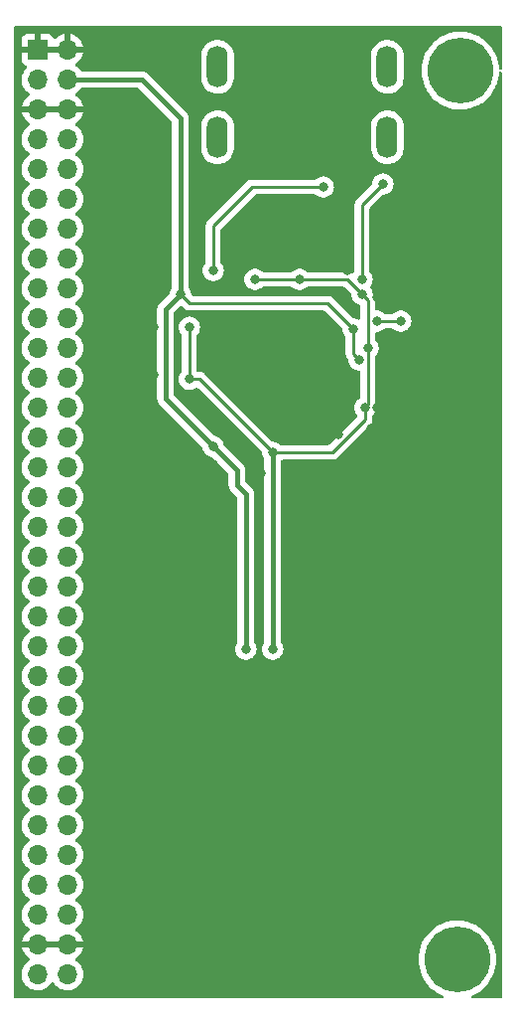
<source format=gbr>
%TF.GenerationSoftware,KiCad,Pcbnew,6.0.4*%
%TF.CreationDate,2022-05-03T23:03:23+02:00*%
%TF.ProjectId,hdmi brd,68646d69-2062-4726-942e-6b696361645f,rev?*%
%TF.SameCoordinates,Original*%
%TF.FileFunction,Copper,L2,Bot*%
%TF.FilePolarity,Positive*%
%FSLAX46Y46*%
G04 Gerber Fmt 4.6, Leading zero omitted, Abs format (unit mm)*
G04 Created by KiCad (PCBNEW 6.0.4) date 2022-05-03 23:03:23*
%MOMM*%
%LPD*%
G01*
G04 APERTURE LIST*
%TA.AperFunction,ComponentPad*%
%ADD10O,1.778000X3.556000*%
%TD*%
%TA.AperFunction,ComponentPad*%
%ADD11C,5.600000*%
%TD*%
%TA.AperFunction,ComponentPad*%
%ADD12R,1.700000X1.700000*%
%TD*%
%TA.AperFunction,ComponentPad*%
%ADD13O,1.700000X1.700000*%
%TD*%
%TA.AperFunction,ViaPad*%
%ADD14C,0.800000*%
%TD*%
%TA.AperFunction,Conductor*%
%ADD15C,0.400000*%
%TD*%
%TA.AperFunction,Conductor*%
%ADD16C,0.250000*%
%TD*%
G04 APERTURE END LIST*
D10*
%TO.P,J2,Z1*%
%TO.N,N/C*%
X106056000Y-55715000D03*
%TO.P,J2,Z4*%
X91556000Y-55715000D03*
%TO.P,J2,Z2*%
X106056000Y-49715000D03*
%TO.P,J2,Z3*%
X91556000Y-49715000D03*
%TD*%
D11*
%TO.P,H2,1*%
%TO.N,N/C*%
X112014000Y-125730000D03*
%TD*%
%TO.P,H1,1*%
%TO.N,N/C*%
X112268000Y-50038000D03*
%TD*%
D12*
%TO.P,J1,1,Pin_1*%
%TO.N,GND*%
X76200000Y-48260000D03*
D13*
%TO.P,J1,2,Pin_2*%
X78740000Y-48260000D03*
%TO.P,J1,3,Pin_3*%
%TO.N,3V3*%
X76200000Y-50800000D03*
%TO.P,J1,4,Pin_4*%
X78740000Y-50800000D03*
%TO.P,J1,5,Pin_5*%
%TO.N,GND*%
X76200000Y-53340000D03*
%TO.P,J1,6,Pin_6*%
X78740000Y-53340000D03*
%TO.P,J1,7,Pin_7*%
%TO.N,unconnected-(J1-Pad7)*%
X76200000Y-55880000D03*
%TO.P,J1,8,Pin_8*%
%TO.N,unconnected-(J1-Pad8)*%
X78740000Y-55880000D03*
%TO.P,J1,9,Pin_9*%
%TO.N,unconnected-(J1-Pad9)*%
X76200000Y-58420000D03*
%TO.P,J1,10,Pin_10*%
%TO.N,unconnected-(J1-Pad10)*%
X78740000Y-58420000D03*
%TO.P,J1,11,Pin_11*%
%TO.N,unconnected-(J1-Pad11)*%
X76200000Y-60960000D03*
%TO.P,J1,12,Pin_12*%
%TO.N,unconnected-(J1-Pad12)*%
X78740000Y-60960000D03*
%TO.P,J1,13,Pin_13*%
%TO.N,SDA*%
X76200000Y-63500000D03*
%TO.P,J1,14,Pin_14*%
%TO.N,SCL*%
X78740000Y-63500000D03*
%TO.P,J1,15,Pin_15*%
%TO.N,B6*%
X76200000Y-66040000D03*
%TO.P,J1,16,Pin_16*%
%TO.N,B7*%
X78740000Y-66040000D03*
%TO.P,J1,17,Pin_17*%
%TO.N,B4*%
X76200000Y-68580000D03*
%TO.P,J1,18,Pin_18*%
%TO.N,B5*%
X78740000Y-68580000D03*
%TO.P,J1,19,Pin_19*%
%TO.N,B2*%
X76200000Y-71120000D03*
%TO.P,J1,20,Pin_20*%
%TO.N,B3*%
X78740000Y-71120000D03*
%TO.P,J1,21,Pin_21*%
%TO.N,B0*%
X76200000Y-73660000D03*
%TO.P,J1,22,Pin_22*%
%TO.N,B1*%
X78740000Y-73660000D03*
%TO.P,J1,23,Pin_23*%
%TO.N,G6*%
X76200000Y-76200000D03*
%TO.P,J1,24,Pin_24*%
%TO.N,G7*%
X78740000Y-76200000D03*
%TO.P,J1,25,Pin_25*%
%TO.N,G4*%
X76200000Y-78740000D03*
%TO.P,J1,26,Pin_26*%
%TO.N,G5*%
X78740000Y-78740000D03*
%TO.P,J1,27,Pin_27*%
%TO.N,G2*%
X76200000Y-81280000D03*
%TO.P,J1,28,Pin_28*%
%TO.N,G3*%
X78740000Y-81280000D03*
%TO.P,J1,29,Pin_29*%
%TO.N,IDCK*%
X76200000Y-83820000D03*
%TO.P,J1,30,Pin_30*%
%TO.N,G1*%
X78740000Y-83820000D03*
%TO.P,J1,31,Pin_31*%
%TO.N,R7*%
X76200000Y-86360000D03*
%TO.P,J1,32,Pin_32*%
%TO.N,G0*%
X78740000Y-86360000D03*
%TO.P,J1,33,Pin_33*%
%TO.N,R5*%
X76200000Y-88900000D03*
%TO.P,J1,34,Pin_34*%
%TO.N,R6*%
X78740000Y-88900000D03*
%TO.P,J1,35,Pin_35*%
%TO.N,R3*%
X76200000Y-91440000D03*
%TO.P,J1,36,Pin_36*%
%TO.N,R4*%
X78740000Y-91440000D03*
%TO.P,J1,37,Pin_37*%
%TO.N,R1*%
X76200000Y-93980000D03*
%TO.P,J1,38,Pin_38*%
%TO.N,R2*%
X78740000Y-93980000D03*
%TO.P,J1,39,Pin_39*%
%TO.N,DE*%
X76200000Y-96520000D03*
%TO.P,J1,40,Pin_40*%
%TO.N,R0*%
X78740000Y-96520000D03*
%TO.P,J1,41,Pin_41*%
%TO.N,VSYNC*%
X76200000Y-99060000D03*
%TO.P,J1,42,Pin_42*%
%TO.N,HSYNC*%
X78740000Y-99060000D03*
%TO.P,J1,43,Pin_43*%
%TO.N,SD0*%
X76200000Y-101600000D03*
%TO.P,J1,44,Pin_44*%
%TO.N,MCLK*%
X78740000Y-101600000D03*
%TO.P,J1,45,Pin_45*%
%TO.N,SCK*%
X76200000Y-104140000D03*
%TO.P,J1,46,Pin_46*%
%TO.N,WS*%
X78740000Y-104140000D03*
%TO.P,J1,47,Pin_47*%
%TO.N,unconnected-(J1-Pad47)*%
X76200000Y-106680000D03*
%TO.P,J1,48,Pin_48*%
%TO.N,INT*%
X78740000Y-106680000D03*
%TO.P,J1,49,Pin_49*%
%TO.N,unconnected-(J1-Pad49)*%
X76200000Y-109220000D03*
%TO.P,J1,50,Pin_50*%
%TO.N,unconnected-(J1-Pad50)*%
X78740000Y-109220000D03*
%TO.P,J1,51,Pin_51*%
%TO.N,unconnected-(J1-Pad51)*%
X76200000Y-111760000D03*
%TO.P,J1,52,Pin_52*%
%TO.N,unconnected-(J1-Pad52)*%
X78740000Y-111760000D03*
%TO.P,J1,53,Pin_53*%
%TO.N,unconnected-(J1-Pad53)*%
X76200000Y-114300000D03*
%TO.P,J1,54,Pin_54*%
%TO.N,unconnected-(J1-Pad54)*%
X78740000Y-114300000D03*
%TO.P,J1,55,Pin_55*%
%TO.N,unconnected-(J1-Pad55)*%
X76200000Y-116840000D03*
%TO.P,J1,56,Pin_56*%
%TO.N,unconnected-(J1-Pad56)*%
X78740000Y-116840000D03*
%TO.P,J1,57,Pin_57*%
%TO.N,unconnected-(J1-Pad57)*%
X76200000Y-119380000D03*
%TO.P,J1,58,Pin_58*%
%TO.N,unconnected-(J1-Pad58)*%
X78740000Y-119380000D03*
%TO.P,J1,59,Pin_59*%
%TO.N,unconnected-(J1-Pad59)*%
X76200000Y-121920000D03*
%TO.P,J1,60,Pin_60*%
%TO.N,unconnected-(J1-Pad60)*%
X78740000Y-121920000D03*
%TO.P,J1,61,Pin_61*%
%TO.N,GND*%
X76200000Y-124460000D03*
%TO.P,J1,62,Pin_62*%
X78740000Y-124460000D03*
%TO.P,J1,63,Pin_63*%
%TO.N,VIN*%
X76200000Y-127000000D03*
%TO.P,J1,64,Pin_64*%
X78740000Y-127000000D03*
%TD*%
D14*
%TO.N,GND*%
X102362000Y-52578000D03*
X85090000Y-115062000D03*
X101346000Y-64770000D03*
X98552000Y-52578000D03*
X113538000Y-73152000D03*
X89916000Y-83566000D03*
X94742000Y-76708000D03*
X113538000Y-88138000D03*
X94488000Y-85090000D03*
X108204000Y-120650000D03*
X98298000Y-73152000D03*
X105156000Y-78740000D03*
X94742000Y-73152000D03*
X84328000Y-60198000D03*
X106426000Y-75692000D03*
X102616000Y-78232000D03*
X106934000Y-122174000D03*
X85344000Y-58928000D03*
X98806000Y-64769999D03*
X95504000Y-52578000D03*
X113538000Y-69088000D03*
X102616000Y-67056000D03*
X94742000Y-74930000D03*
X85090000Y-119126000D03*
X113538000Y-84074000D03*
X113538000Y-86106000D03*
X85090000Y-117094000D03*
X108458000Y-94234000D03*
X88646000Y-82296000D03*
X86106000Y-75946000D03*
X101849701Y-81021701D03*
X96520000Y-76708000D03*
X85344000Y-56388000D03*
X104648000Y-80518000D03*
X94742000Y-64770000D03*
X86106000Y-71882000D03*
X113538000Y-75184000D03*
X109474000Y-119126000D03*
X113538000Y-71120000D03*
X98298000Y-74930000D03*
X108458000Y-90170000D03*
X96774000Y-64770000D03*
X92710000Y-68072000D03*
X84328000Y-55118000D03*
X95250000Y-84328000D03*
X84328000Y-57658000D03*
X105156000Y-69342000D03*
X108458000Y-92202000D03*
X113538000Y-82042000D03*
X88646000Y-83566000D03*
X85090000Y-113030000D03*
X96520000Y-74930000D03*
X96520000Y-73152000D03*
X108458000Y-88138000D03*
X91186000Y-83566000D03*
X86106000Y-69596000D03*
X98298000Y-76708000D03*
%TO.N,3V3*%
X91186000Y-82042000D03*
X103124000Y-72036460D03*
X103632000Y-74676000D03*
X88392000Y-69088000D03*
X93980000Y-99314000D03*
%TO.N,1V2*%
X98552000Y-67818000D03*
X96266000Y-99314000D03*
X104140000Y-78740000D03*
X104394000Y-73660000D03*
X89154137Y-76317547D03*
X94747017Y-67812983D03*
X96266000Y-82550000D03*
X103886000Y-69088000D03*
X89154000Y-71882000D03*
%TO.N,/HPD*%
X105664000Y-59690000D03*
X103886000Y-67818000D03*
%TO.N,INT*%
X105156000Y-71374000D03*
X107188000Y-71374000D03*
%TO.N,CEC_A*%
X91186000Y-67056000D03*
X100584000Y-59944000D03*
%TD*%
D15*
%TO.N,3V3*%
X93980000Y-99314000D02*
X93980000Y-86106000D01*
D16*
X103128398Y-74172398D02*
X103632000Y-74676000D01*
X100937540Y-69850000D02*
X89154000Y-69850000D01*
X103128398Y-72040858D02*
X103128398Y-74172398D01*
D15*
X88392000Y-54102000D02*
X85090000Y-50800000D01*
D16*
X103124000Y-72036460D02*
X103128398Y-72040858D01*
X103124000Y-72036460D02*
X100937540Y-69850000D01*
D15*
X88392000Y-69088000D02*
X88392000Y-54102000D01*
X87122000Y-77978000D02*
X91186000Y-82042000D01*
X85090000Y-50800000D02*
X78740000Y-50800000D01*
X93218000Y-84074000D02*
X91186000Y-82042000D01*
X88392000Y-69088000D02*
X87122000Y-70358000D01*
X87122000Y-70358000D02*
X87122000Y-77978000D01*
X93218000Y-85344000D02*
X93218000Y-84074000D01*
X93980000Y-86106000D02*
X93218000Y-85344000D01*
D16*
X89154000Y-69850000D02*
X88392000Y-69088000D01*
%TO.N,1V2*%
X104140000Y-78740000D02*
X104140000Y-79756000D01*
X94752034Y-67818000D02*
X102616000Y-67818000D01*
X89154000Y-76317410D02*
X89154137Y-76317547D01*
D15*
X96266000Y-82550000D02*
X96266000Y-99314000D01*
D16*
X90033547Y-76317547D02*
X96266000Y-82550000D01*
X101346000Y-82550000D02*
X96266000Y-82550000D01*
X94747017Y-67812983D02*
X94752034Y-67818000D01*
X103886000Y-69088000D02*
X104394000Y-69596000D01*
X89154137Y-76317547D02*
X90033547Y-76317547D01*
X104394000Y-73660000D02*
X104394000Y-78486000D01*
X104394000Y-69596000D02*
X104394000Y-73660000D01*
X104394000Y-78486000D02*
X104140000Y-78740000D01*
X104140000Y-79756000D02*
X101346000Y-82550000D01*
X102616000Y-67818000D02*
X103886000Y-69088000D01*
X89154000Y-71882000D02*
X89154000Y-76317410D01*
%TO.N,/HPD*%
X103886000Y-61468000D02*
X103886000Y-67818000D01*
X105664000Y-59690000D02*
X103886000Y-61468000D01*
%TO.N,INT*%
X105156000Y-71374000D02*
X107188000Y-71374000D01*
%TO.N,CEC_A*%
X91186000Y-67056000D02*
X91186000Y-63246000D01*
X91186000Y-63246000D02*
X94488000Y-59944000D01*
X94488000Y-59944000D02*
X100584000Y-59944000D01*
%TD*%
%TA.AperFunction,Conductor*%
%TO.N,GND*%
G36*
X115765621Y-46248502D02*
G01*
X115812114Y-46302158D01*
X115823500Y-46354500D01*
X115823500Y-49852542D01*
X115803498Y-49920663D01*
X115749842Y-49967156D01*
X115679568Y-49977260D01*
X115614988Y-49947766D01*
X115576604Y-49888040D01*
X115571684Y-49859356D01*
X115567532Y-49782694D01*
X115561979Y-49680159D01*
X115504066Y-49326505D01*
X115408297Y-48981173D01*
X115405243Y-48973497D01*
X115300299Y-48709787D01*
X115275793Y-48648205D01*
X115225337Y-48552910D01*
X115109702Y-48334513D01*
X115109698Y-48334506D01*
X115108103Y-48331494D01*
X114907190Y-48034746D01*
X114904510Y-48031585D01*
X114811506Y-47921919D01*
X114675403Y-47761432D01*
X114415454Y-47514750D01*
X114209635Y-47357958D01*
X114133091Y-47299647D01*
X114133089Y-47299646D01*
X114130384Y-47297585D01*
X114127472Y-47295828D01*
X114127467Y-47295825D01*
X113826443Y-47114236D01*
X113826437Y-47114233D01*
X113823528Y-47112478D01*
X113498475Y-46961593D01*
X113322414Y-46902000D01*
X113162255Y-46847789D01*
X113162250Y-46847788D01*
X113159028Y-46846697D01*
X112960681Y-46802724D01*
X112812493Y-46769871D01*
X112812487Y-46769870D01*
X112809158Y-46769132D01*
X112805769Y-46768758D01*
X112805764Y-46768757D01*
X112456338Y-46730180D01*
X112456333Y-46730180D01*
X112452957Y-46729807D01*
X112449558Y-46729801D01*
X112449557Y-46729801D01*
X112280080Y-46729505D01*
X112094592Y-46729182D01*
X111981413Y-46741277D01*
X111741639Y-46766901D01*
X111741631Y-46766902D01*
X111738256Y-46767263D01*
X111388117Y-46843606D01*
X111048271Y-46957317D01*
X111045178Y-46958739D01*
X111045177Y-46958740D01*
X110864777Y-47041715D01*
X110722694Y-47107066D01*
X110719760Y-47108822D01*
X110719758Y-47108823D01*
X110428455Y-47283164D01*
X110415193Y-47291101D01*
X110412467Y-47293163D01*
X110412465Y-47293164D01*
X110161983Y-47482603D01*
X110129367Y-47507270D01*
X110126882Y-47509612D01*
X110126877Y-47509616D01*
X110029626Y-47601261D01*
X109868559Y-47753043D01*
X109635819Y-48025546D01*
X109633900Y-48028358D01*
X109633897Y-48028363D01*
X109558109Y-48139464D01*
X109433871Y-48321591D01*
X109265077Y-48637714D01*
X109131411Y-48970218D01*
X109130491Y-48973492D01*
X109130489Y-48973497D01*
X109056455Y-49236883D01*
X109034437Y-49315213D01*
X108975290Y-49668663D01*
X108954661Y-50026434D01*
X108954833Y-50029829D01*
X108954833Y-50029830D01*
X108961845Y-50168249D01*
X108972792Y-50384340D01*
X108973329Y-50387695D01*
X108973330Y-50387701D01*
X108999279Y-50549707D01*
X109029470Y-50738195D01*
X109124033Y-51083859D01*
X109255374Y-51417288D01*
X109277723Y-51459857D01*
X109397048Y-51687137D01*
X109421957Y-51734582D01*
X109423858Y-51737411D01*
X109423864Y-51737421D01*
X109536534Y-51905090D01*
X109621834Y-52032029D01*
X109852665Y-52306150D01*
X110111751Y-52553738D01*
X110396061Y-52771897D01*
X110428056Y-52791350D01*
X110699355Y-52956303D01*
X110699360Y-52956306D01*
X110702270Y-52958075D01*
X110705358Y-52959521D01*
X110705357Y-52959521D01*
X111023710Y-53108649D01*
X111023720Y-53108653D01*
X111026794Y-53110093D01*
X111030012Y-53111195D01*
X111030015Y-53111196D01*
X111362615Y-53225071D01*
X111362623Y-53225073D01*
X111365838Y-53226174D01*
X111715435Y-53304959D01*
X111767728Y-53310917D01*
X112068114Y-53345142D01*
X112068122Y-53345142D01*
X112071497Y-53345527D01*
X112074901Y-53345545D01*
X112074904Y-53345545D01*
X112269227Y-53346562D01*
X112429857Y-53347403D01*
X112433243Y-53347053D01*
X112433245Y-53347053D01*
X112782932Y-53310917D01*
X112782941Y-53310916D01*
X112786324Y-53310566D01*
X112789657Y-53309852D01*
X112789660Y-53309851D01*
X112962186Y-53272864D01*
X113136727Y-53235446D01*
X113476968Y-53122922D01*
X113803066Y-52974311D01*
X113987532Y-52864783D01*
X114108262Y-52793099D01*
X114108267Y-52793096D01*
X114111207Y-52791350D01*
X114397786Y-52576180D01*
X114659451Y-52331319D01*
X114893140Y-52059630D01*
X115000441Y-51903506D01*
X115094190Y-51767101D01*
X115094195Y-51767094D01*
X115096120Y-51764292D01*
X115097732Y-51761298D01*
X115097737Y-51761290D01*
X115250048Y-51478418D01*
X115266017Y-51448760D01*
X115361982Y-51212425D01*
X115399562Y-51119877D01*
X115399564Y-51119872D01*
X115400842Y-51116724D01*
X115411142Y-51080568D01*
X115444313Y-50964120D01*
X115499020Y-50772070D01*
X115505896Y-50731845D01*
X115558829Y-50422175D01*
X115558829Y-50422173D01*
X115559401Y-50418828D01*
X115561511Y-50384340D01*
X115571735Y-50217163D01*
X115595858Y-50150390D01*
X115652252Y-50107260D01*
X115723012Y-50101465D01*
X115785672Y-50134845D01*
X115820338Y-50196803D01*
X115823500Y-50224855D01*
X115823500Y-128905500D01*
X115803498Y-128973621D01*
X115749842Y-129020114D01*
X115697500Y-129031500D01*
X113328051Y-129031500D01*
X113259930Y-129011498D01*
X113213437Y-128957842D01*
X113203333Y-128887568D01*
X113232827Y-128822988D01*
X113275800Y-128790845D01*
X113545954Y-128667729D01*
X113549066Y-128666311D01*
X113643052Y-128610506D01*
X113854262Y-128485099D01*
X113854267Y-128485096D01*
X113857207Y-128483350D01*
X114143786Y-128268180D01*
X114405451Y-128023319D01*
X114639140Y-127751630D01*
X114745750Y-127596512D01*
X114840190Y-127459101D01*
X114840195Y-127459094D01*
X114842120Y-127456292D01*
X114843732Y-127453298D01*
X114843737Y-127453290D01*
X115010395Y-127143772D01*
X115012017Y-127140760D01*
X115146842Y-126808724D01*
X115157142Y-126772568D01*
X115226437Y-126529305D01*
X115245020Y-126464070D01*
X115305401Y-126110828D01*
X115307511Y-126076340D01*
X115324956Y-125791097D01*
X115327278Y-125753131D01*
X115327359Y-125730000D01*
X115307979Y-125372159D01*
X115250066Y-125018505D01*
X115154297Y-124673173D01*
X115151243Y-124665497D01*
X115023052Y-124343369D01*
X115021793Y-124340205D01*
X114948939Y-124202607D01*
X114855702Y-124026513D01*
X114855698Y-124026506D01*
X114854103Y-124023494D01*
X114653190Y-123726746D01*
X114421403Y-123453432D01*
X114161454Y-123206750D01*
X113876384Y-122989585D01*
X113873472Y-122987828D01*
X113873467Y-122987825D01*
X113572443Y-122806236D01*
X113572437Y-122806233D01*
X113569528Y-122804478D01*
X113244475Y-122653593D01*
X113071794Y-122595144D01*
X112908255Y-122539789D01*
X112908250Y-122539788D01*
X112905028Y-122538697D01*
X112706681Y-122494724D01*
X112558493Y-122461871D01*
X112558487Y-122461870D01*
X112555158Y-122461132D01*
X112551769Y-122460758D01*
X112551764Y-122460757D01*
X112202338Y-122422180D01*
X112202333Y-122422180D01*
X112198957Y-122421807D01*
X112195558Y-122421801D01*
X112195557Y-122421801D01*
X112026080Y-122421505D01*
X111840592Y-122421182D01*
X111727413Y-122433277D01*
X111487639Y-122458901D01*
X111487631Y-122458902D01*
X111484256Y-122459263D01*
X111134117Y-122535606D01*
X110794271Y-122649317D01*
X110791178Y-122650739D01*
X110791177Y-122650740D01*
X110784974Y-122653593D01*
X110468694Y-122799066D01*
X110465760Y-122800822D01*
X110465758Y-122800823D01*
X110192823Y-122964171D01*
X110161193Y-122983101D01*
X110158467Y-122985163D01*
X110158465Y-122985164D01*
X109941389Y-123149338D01*
X109875367Y-123199270D01*
X109872882Y-123201612D01*
X109872877Y-123201616D01*
X109803529Y-123266967D01*
X109614559Y-123445043D01*
X109381819Y-123717546D01*
X109379900Y-123720358D01*
X109379897Y-123720363D01*
X109317565Y-123811739D01*
X109179871Y-124013591D01*
X109011077Y-124329714D01*
X108877411Y-124662218D01*
X108876491Y-124665492D01*
X108876489Y-124665497D01*
X108851919Y-124752910D01*
X108780437Y-125007213D01*
X108779875Y-125010570D01*
X108779875Y-125010571D01*
X108769997Y-125069603D01*
X108721290Y-125360663D01*
X108700661Y-125718434D01*
X108718792Y-126076340D01*
X108719329Y-126079695D01*
X108719330Y-126079701D01*
X108724316Y-126110828D01*
X108775470Y-126430195D01*
X108870033Y-126775859D01*
X109001374Y-127109288D01*
X109032151Y-127167909D01*
X109158012Y-127407639D01*
X109167957Y-127426582D01*
X109169858Y-127429411D01*
X109169864Y-127429421D01*
X109353083Y-127702077D01*
X109367834Y-127724029D01*
X109598665Y-127998150D01*
X109857751Y-128245738D01*
X110142061Y-128463897D01*
X110174056Y-128483350D01*
X110445355Y-128648303D01*
X110445360Y-128648306D01*
X110448270Y-128650075D01*
X110451358Y-128651521D01*
X110451357Y-128651521D01*
X110749963Y-128791398D01*
X110803166Y-128838408D01*
X110822508Y-128906719D01*
X110801848Y-128974643D01*
X110747745Y-129020615D01*
X110696514Y-129031500D01*
X74294500Y-129031500D01*
X74226379Y-129011498D01*
X74179886Y-128957842D01*
X74168500Y-128905500D01*
X74168500Y-126966695D01*
X74837251Y-126966695D01*
X74837548Y-126971848D01*
X74837548Y-126971851D01*
X74847105Y-127137594D01*
X74850110Y-127189715D01*
X74851247Y-127194761D01*
X74851248Y-127194767D01*
X74871119Y-127282939D01*
X74899222Y-127407639D01*
X74983266Y-127614616D01*
X75034019Y-127697438D01*
X75097291Y-127800688D01*
X75099987Y-127805088D01*
X75246250Y-127973938D01*
X75418126Y-128116632D01*
X75611000Y-128229338D01*
X75819692Y-128309030D01*
X75824760Y-128310061D01*
X75824763Y-128310062D01*
X75932017Y-128331883D01*
X76038597Y-128353567D01*
X76043772Y-128353757D01*
X76043774Y-128353757D01*
X76256673Y-128361564D01*
X76256677Y-128361564D01*
X76261837Y-128361753D01*
X76266957Y-128361097D01*
X76266959Y-128361097D01*
X76478288Y-128334025D01*
X76478289Y-128334025D01*
X76483416Y-128333368D01*
X76488366Y-128331883D01*
X76692429Y-128270661D01*
X76692434Y-128270659D01*
X76697384Y-128269174D01*
X76897994Y-128170896D01*
X77079860Y-128041173D01*
X77095446Y-128025642D01*
X77234435Y-127887137D01*
X77238096Y-127883489D01*
X77297594Y-127800689D01*
X77368453Y-127702077D01*
X77369776Y-127703028D01*
X77416645Y-127659857D01*
X77486580Y-127647625D01*
X77552026Y-127675144D01*
X77579875Y-127706994D01*
X77639987Y-127805088D01*
X77786250Y-127973938D01*
X77958126Y-128116632D01*
X78151000Y-128229338D01*
X78359692Y-128309030D01*
X78364760Y-128310061D01*
X78364763Y-128310062D01*
X78472017Y-128331883D01*
X78578597Y-128353567D01*
X78583772Y-128353757D01*
X78583774Y-128353757D01*
X78796673Y-128361564D01*
X78796677Y-128361564D01*
X78801837Y-128361753D01*
X78806957Y-128361097D01*
X78806959Y-128361097D01*
X79018288Y-128334025D01*
X79018289Y-128334025D01*
X79023416Y-128333368D01*
X79028366Y-128331883D01*
X79232429Y-128270661D01*
X79232434Y-128270659D01*
X79237384Y-128269174D01*
X79437994Y-128170896D01*
X79619860Y-128041173D01*
X79635446Y-128025642D01*
X79774435Y-127887137D01*
X79778096Y-127883489D01*
X79837594Y-127800689D01*
X79905435Y-127706277D01*
X79908453Y-127702077D01*
X79929320Y-127659857D01*
X80005136Y-127506453D01*
X80005137Y-127506451D01*
X80007430Y-127501811D01*
X80072370Y-127288069D01*
X80101529Y-127066590D01*
X80103156Y-127000000D01*
X80084852Y-126777361D01*
X80030431Y-126560702D01*
X79941354Y-126355840D01*
X79820014Y-126168277D01*
X79669670Y-126003051D01*
X79665619Y-125999852D01*
X79665615Y-125999848D01*
X79498414Y-125867800D01*
X79498410Y-125867798D01*
X79494359Y-125864598D01*
X79452569Y-125841529D01*
X79402598Y-125791097D01*
X79387826Y-125721654D01*
X79412942Y-125655248D01*
X79440294Y-125628641D01*
X79615328Y-125503792D01*
X79623200Y-125497139D01*
X79774052Y-125346812D01*
X79780730Y-125338965D01*
X79905003Y-125166020D01*
X79910313Y-125157183D01*
X80004670Y-124966267D01*
X80008469Y-124956672D01*
X80070377Y-124752910D01*
X80072555Y-124742837D01*
X80073986Y-124731962D01*
X80071775Y-124717778D01*
X80058617Y-124714000D01*
X74883225Y-124714000D01*
X74869694Y-124717973D01*
X74868257Y-124727966D01*
X74898565Y-124862446D01*
X74901645Y-124872275D01*
X74981770Y-125069603D01*
X74986413Y-125078794D01*
X75097694Y-125260388D01*
X75103777Y-125268699D01*
X75243213Y-125429667D01*
X75250580Y-125436883D01*
X75414434Y-125572916D01*
X75422881Y-125578831D01*
X75491969Y-125619203D01*
X75540693Y-125670842D01*
X75553764Y-125740625D01*
X75527033Y-125806396D01*
X75486584Y-125839752D01*
X75473607Y-125846507D01*
X75469474Y-125849610D01*
X75469471Y-125849612D01*
X75445247Y-125867800D01*
X75294965Y-125980635D01*
X75291393Y-125984373D01*
X75170550Y-126110828D01*
X75140629Y-126142138D01*
X75014743Y-126326680D01*
X74920688Y-126529305D01*
X74860989Y-126744570D01*
X74837251Y-126966695D01*
X74168500Y-126966695D01*
X74168500Y-121886695D01*
X74837251Y-121886695D01*
X74837548Y-121891848D01*
X74837548Y-121891851D01*
X74843011Y-121986590D01*
X74850110Y-122109715D01*
X74851247Y-122114761D01*
X74851248Y-122114767D01*
X74871119Y-122202939D01*
X74899222Y-122327639D01*
X74983266Y-122534616D01*
X75034019Y-122617438D01*
X75097291Y-122720688D01*
X75099987Y-122725088D01*
X75246250Y-122893938D01*
X75418126Y-123036632D01*
X75491955Y-123079774D01*
X75540679Y-123131412D01*
X75553750Y-123201195D01*
X75527019Y-123266967D01*
X75486562Y-123300327D01*
X75478457Y-123304546D01*
X75469738Y-123310036D01*
X75299433Y-123437905D01*
X75291726Y-123444748D01*
X75144590Y-123598717D01*
X75138104Y-123606727D01*
X75018098Y-123782649D01*
X75013000Y-123791623D01*
X74923338Y-123984783D01*
X74919775Y-123994470D01*
X74864389Y-124194183D01*
X74865912Y-124202607D01*
X74878292Y-124206000D01*
X80058344Y-124206000D01*
X80071875Y-124202027D01*
X80073180Y-124192947D01*
X80031214Y-124025875D01*
X80027894Y-124016124D01*
X79942972Y-123820814D01*
X79938105Y-123811739D01*
X79822426Y-123632926D01*
X79816136Y-123624757D01*
X79672806Y-123467240D01*
X79665273Y-123460215D01*
X79498139Y-123328222D01*
X79489556Y-123322520D01*
X79452602Y-123302120D01*
X79402631Y-123251687D01*
X79387859Y-123182245D01*
X79412975Y-123115839D01*
X79440327Y-123089232D01*
X79463797Y-123072491D01*
X79619860Y-122961173D01*
X79778096Y-122803489D01*
X79837594Y-122720689D01*
X79905435Y-122626277D01*
X79908453Y-122622077D01*
X79929320Y-122579857D01*
X80005136Y-122426453D01*
X80005137Y-122426451D01*
X80007430Y-122421811D01*
X80072370Y-122208069D01*
X80101529Y-121986590D01*
X80103156Y-121920000D01*
X80084852Y-121697361D01*
X80030431Y-121480702D01*
X79941354Y-121275840D01*
X79820014Y-121088277D01*
X79669670Y-120923051D01*
X79665619Y-120919852D01*
X79665615Y-120919848D01*
X79498414Y-120787800D01*
X79498410Y-120787798D01*
X79494359Y-120784598D01*
X79453053Y-120761796D01*
X79403084Y-120711364D01*
X79388312Y-120641921D01*
X79413428Y-120575516D01*
X79440780Y-120548909D01*
X79484603Y-120517650D01*
X79619860Y-120421173D01*
X79778096Y-120263489D01*
X79837594Y-120180689D01*
X79905435Y-120086277D01*
X79908453Y-120082077D01*
X79929320Y-120039857D01*
X80005136Y-119886453D01*
X80005137Y-119886451D01*
X80007430Y-119881811D01*
X80072370Y-119668069D01*
X80101529Y-119446590D01*
X80103156Y-119380000D01*
X80084852Y-119157361D01*
X80030431Y-118940702D01*
X79941354Y-118735840D01*
X79820014Y-118548277D01*
X79669670Y-118383051D01*
X79665619Y-118379852D01*
X79665615Y-118379848D01*
X79498414Y-118247800D01*
X79498410Y-118247798D01*
X79494359Y-118244598D01*
X79453053Y-118221796D01*
X79403084Y-118171364D01*
X79388312Y-118101921D01*
X79413428Y-118035516D01*
X79440780Y-118008909D01*
X79484603Y-117977650D01*
X79619860Y-117881173D01*
X79778096Y-117723489D01*
X79837594Y-117640689D01*
X79905435Y-117546277D01*
X79908453Y-117542077D01*
X79929320Y-117499857D01*
X80005136Y-117346453D01*
X80005137Y-117346451D01*
X80007430Y-117341811D01*
X80072370Y-117128069D01*
X80101529Y-116906590D01*
X80103156Y-116840000D01*
X80084852Y-116617361D01*
X80030431Y-116400702D01*
X79941354Y-116195840D01*
X79820014Y-116008277D01*
X79669670Y-115843051D01*
X79665619Y-115839852D01*
X79665615Y-115839848D01*
X79498414Y-115707800D01*
X79498410Y-115707798D01*
X79494359Y-115704598D01*
X79453053Y-115681796D01*
X79403084Y-115631364D01*
X79388312Y-115561921D01*
X79413428Y-115495516D01*
X79440780Y-115468909D01*
X79484603Y-115437650D01*
X79619860Y-115341173D01*
X79778096Y-115183489D01*
X79837594Y-115100689D01*
X79905435Y-115006277D01*
X79908453Y-115002077D01*
X79929320Y-114959857D01*
X80005136Y-114806453D01*
X80005137Y-114806451D01*
X80007430Y-114801811D01*
X80072370Y-114588069D01*
X80101529Y-114366590D01*
X80103156Y-114300000D01*
X80084852Y-114077361D01*
X80030431Y-113860702D01*
X79941354Y-113655840D01*
X79820014Y-113468277D01*
X79669670Y-113303051D01*
X79665619Y-113299852D01*
X79665615Y-113299848D01*
X79498414Y-113167800D01*
X79498410Y-113167798D01*
X79494359Y-113164598D01*
X79453053Y-113141796D01*
X79403084Y-113091364D01*
X79388312Y-113021921D01*
X79413428Y-112955516D01*
X79440780Y-112928909D01*
X79484603Y-112897650D01*
X79619860Y-112801173D01*
X79778096Y-112643489D01*
X79837594Y-112560689D01*
X79905435Y-112466277D01*
X79908453Y-112462077D01*
X79929320Y-112419857D01*
X80005136Y-112266453D01*
X80005137Y-112266451D01*
X80007430Y-112261811D01*
X80072370Y-112048069D01*
X80101529Y-111826590D01*
X80103156Y-111760000D01*
X80084852Y-111537361D01*
X80030431Y-111320702D01*
X79941354Y-111115840D01*
X79820014Y-110928277D01*
X79669670Y-110763051D01*
X79665619Y-110759852D01*
X79665615Y-110759848D01*
X79498414Y-110627800D01*
X79498410Y-110627798D01*
X79494359Y-110624598D01*
X79453053Y-110601796D01*
X79403084Y-110551364D01*
X79388312Y-110481921D01*
X79413428Y-110415516D01*
X79440780Y-110388909D01*
X79484603Y-110357650D01*
X79619860Y-110261173D01*
X79778096Y-110103489D01*
X79837594Y-110020689D01*
X79905435Y-109926277D01*
X79908453Y-109922077D01*
X79929320Y-109879857D01*
X80005136Y-109726453D01*
X80005137Y-109726451D01*
X80007430Y-109721811D01*
X80072370Y-109508069D01*
X80101529Y-109286590D01*
X80103156Y-109220000D01*
X80084852Y-108997361D01*
X80030431Y-108780702D01*
X79941354Y-108575840D01*
X79820014Y-108388277D01*
X79669670Y-108223051D01*
X79665619Y-108219852D01*
X79665615Y-108219848D01*
X79498414Y-108087800D01*
X79498410Y-108087798D01*
X79494359Y-108084598D01*
X79453053Y-108061796D01*
X79403084Y-108011364D01*
X79388312Y-107941921D01*
X79413428Y-107875516D01*
X79440780Y-107848909D01*
X79484603Y-107817650D01*
X79619860Y-107721173D01*
X79778096Y-107563489D01*
X79837594Y-107480689D01*
X79905435Y-107386277D01*
X79908453Y-107382077D01*
X79929320Y-107339857D01*
X80005136Y-107186453D01*
X80005137Y-107186451D01*
X80007430Y-107181811D01*
X80072370Y-106968069D01*
X80101529Y-106746590D01*
X80103156Y-106680000D01*
X80084852Y-106457361D01*
X80030431Y-106240702D01*
X79941354Y-106035840D01*
X79820014Y-105848277D01*
X79669670Y-105683051D01*
X79665619Y-105679852D01*
X79665615Y-105679848D01*
X79498414Y-105547800D01*
X79498410Y-105547798D01*
X79494359Y-105544598D01*
X79453053Y-105521796D01*
X79403084Y-105471364D01*
X79388312Y-105401921D01*
X79413428Y-105335516D01*
X79440780Y-105308909D01*
X79484603Y-105277650D01*
X79619860Y-105181173D01*
X79778096Y-105023489D01*
X79837594Y-104940689D01*
X79905435Y-104846277D01*
X79908453Y-104842077D01*
X79929320Y-104799857D01*
X80005136Y-104646453D01*
X80005137Y-104646451D01*
X80007430Y-104641811D01*
X80072370Y-104428069D01*
X80101529Y-104206590D01*
X80103156Y-104140000D01*
X80084852Y-103917361D01*
X80030431Y-103700702D01*
X79941354Y-103495840D01*
X79820014Y-103308277D01*
X79669670Y-103143051D01*
X79665619Y-103139852D01*
X79665615Y-103139848D01*
X79498414Y-103007800D01*
X79498410Y-103007798D01*
X79494359Y-103004598D01*
X79453053Y-102981796D01*
X79403084Y-102931364D01*
X79388312Y-102861921D01*
X79413428Y-102795516D01*
X79440780Y-102768909D01*
X79484603Y-102737650D01*
X79619860Y-102641173D01*
X79778096Y-102483489D01*
X79837594Y-102400689D01*
X79905435Y-102306277D01*
X79908453Y-102302077D01*
X79929320Y-102259857D01*
X80005136Y-102106453D01*
X80005137Y-102106451D01*
X80007430Y-102101811D01*
X80072370Y-101888069D01*
X80101529Y-101666590D01*
X80103156Y-101600000D01*
X80084852Y-101377361D01*
X80030431Y-101160702D01*
X79941354Y-100955840D01*
X79820014Y-100768277D01*
X79669670Y-100603051D01*
X79665619Y-100599852D01*
X79665615Y-100599848D01*
X79498414Y-100467800D01*
X79498410Y-100467798D01*
X79494359Y-100464598D01*
X79453053Y-100441796D01*
X79403084Y-100391364D01*
X79388312Y-100321921D01*
X79413428Y-100255516D01*
X79440780Y-100228909D01*
X79509195Y-100180109D01*
X79619860Y-100101173D01*
X79778096Y-99943489D01*
X79837594Y-99860689D01*
X79905435Y-99766277D01*
X79908453Y-99762077D01*
X79929320Y-99719857D01*
X80005136Y-99566453D01*
X80005137Y-99566451D01*
X80007430Y-99561811D01*
X80072370Y-99348069D01*
X80101529Y-99126590D01*
X80103156Y-99060000D01*
X80084852Y-98837361D01*
X80030431Y-98620702D01*
X79941354Y-98415840D01*
X79820014Y-98228277D01*
X79669670Y-98063051D01*
X79665619Y-98059852D01*
X79665615Y-98059848D01*
X79498414Y-97927800D01*
X79498410Y-97927798D01*
X79494359Y-97924598D01*
X79453053Y-97901796D01*
X79403084Y-97851364D01*
X79388312Y-97781921D01*
X79413428Y-97715516D01*
X79440780Y-97688909D01*
X79484603Y-97657650D01*
X79619860Y-97561173D01*
X79778096Y-97403489D01*
X79837594Y-97320689D01*
X79905435Y-97226277D01*
X79908453Y-97222077D01*
X79929320Y-97179857D01*
X80005136Y-97026453D01*
X80005137Y-97026451D01*
X80007430Y-97021811D01*
X80072370Y-96808069D01*
X80101529Y-96586590D01*
X80103156Y-96520000D01*
X80084852Y-96297361D01*
X80030431Y-96080702D01*
X79941354Y-95875840D01*
X79820014Y-95688277D01*
X79669670Y-95523051D01*
X79665619Y-95519852D01*
X79665615Y-95519848D01*
X79498414Y-95387800D01*
X79498410Y-95387798D01*
X79494359Y-95384598D01*
X79453053Y-95361796D01*
X79403084Y-95311364D01*
X79388312Y-95241921D01*
X79413428Y-95175516D01*
X79440780Y-95148909D01*
X79484603Y-95117650D01*
X79619860Y-95021173D01*
X79778096Y-94863489D01*
X79837594Y-94780689D01*
X79905435Y-94686277D01*
X79908453Y-94682077D01*
X79929320Y-94639857D01*
X80005136Y-94486453D01*
X80005137Y-94486451D01*
X80007430Y-94481811D01*
X80072370Y-94268069D01*
X80101529Y-94046590D01*
X80103156Y-93980000D01*
X80084852Y-93757361D01*
X80030431Y-93540702D01*
X79941354Y-93335840D01*
X79820014Y-93148277D01*
X79669670Y-92983051D01*
X79665619Y-92979852D01*
X79665615Y-92979848D01*
X79498414Y-92847800D01*
X79498410Y-92847798D01*
X79494359Y-92844598D01*
X79453053Y-92821796D01*
X79403084Y-92771364D01*
X79388312Y-92701921D01*
X79413428Y-92635516D01*
X79440780Y-92608909D01*
X79484603Y-92577650D01*
X79619860Y-92481173D01*
X79778096Y-92323489D01*
X79837594Y-92240689D01*
X79905435Y-92146277D01*
X79908453Y-92142077D01*
X79929320Y-92099857D01*
X80005136Y-91946453D01*
X80005137Y-91946451D01*
X80007430Y-91941811D01*
X80072370Y-91728069D01*
X80101529Y-91506590D01*
X80103156Y-91440000D01*
X80084852Y-91217361D01*
X80030431Y-91000702D01*
X79941354Y-90795840D01*
X79820014Y-90608277D01*
X79669670Y-90443051D01*
X79665619Y-90439852D01*
X79665615Y-90439848D01*
X79498414Y-90307800D01*
X79498410Y-90307798D01*
X79494359Y-90304598D01*
X79453053Y-90281796D01*
X79403084Y-90231364D01*
X79388312Y-90161921D01*
X79413428Y-90095516D01*
X79440780Y-90068909D01*
X79484603Y-90037650D01*
X79619860Y-89941173D01*
X79778096Y-89783489D01*
X79837594Y-89700689D01*
X79905435Y-89606277D01*
X79908453Y-89602077D01*
X79929320Y-89559857D01*
X80005136Y-89406453D01*
X80005137Y-89406451D01*
X80007430Y-89401811D01*
X80072370Y-89188069D01*
X80101529Y-88966590D01*
X80103156Y-88900000D01*
X80084852Y-88677361D01*
X80030431Y-88460702D01*
X79941354Y-88255840D01*
X79820014Y-88068277D01*
X79669670Y-87903051D01*
X79665619Y-87899852D01*
X79665615Y-87899848D01*
X79498414Y-87767800D01*
X79498410Y-87767798D01*
X79494359Y-87764598D01*
X79453053Y-87741796D01*
X79403084Y-87691364D01*
X79388312Y-87621921D01*
X79413428Y-87555516D01*
X79440780Y-87528909D01*
X79484603Y-87497650D01*
X79619860Y-87401173D01*
X79778096Y-87243489D01*
X79837594Y-87160689D01*
X79905435Y-87066277D01*
X79908453Y-87062077D01*
X79929320Y-87019857D01*
X80005136Y-86866453D01*
X80005137Y-86866451D01*
X80007430Y-86861811D01*
X80072370Y-86648069D01*
X80101529Y-86426590D01*
X80103156Y-86360000D01*
X80084852Y-86137361D01*
X80030431Y-85920702D01*
X79941354Y-85715840D01*
X79874058Y-85611816D01*
X79822822Y-85532617D01*
X79822820Y-85532614D01*
X79820014Y-85528277D01*
X79669670Y-85363051D01*
X79665619Y-85359852D01*
X79665615Y-85359848D01*
X79498414Y-85227800D01*
X79498410Y-85227798D01*
X79494359Y-85224598D01*
X79453053Y-85201796D01*
X79403084Y-85151364D01*
X79388312Y-85081921D01*
X79413428Y-85015516D01*
X79440780Y-84988909D01*
X79484603Y-84957650D01*
X79619860Y-84861173D01*
X79778096Y-84703489D01*
X79837594Y-84620689D01*
X79905435Y-84526277D01*
X79908453Y-84522077D01*
X79929320Y-84479857D01*
X80005136Y-84326453D01*
X80005137Y-84326451D01*
X80007430Y-84321811D01*
X80072370Y-84108069D01*
X80101529Y-83886590D01*
X80103156Y-83820000D01*
X80084852Y-83597361D01*
X80030431Y-83380702D01*
X79941354Y-83175840D01*
X79845311Y-83027380D01*
X79822822Y-82992617D01*
X79822820Y-82992614D01*
X79820014Y-82988277D01*
X79669670Y-82823051D01*
X79665619Y-82819852D01*
X79665615Y-82819848D01*
X79498414Y-82687800D01*
X79498410Y-82687798D01*
X79494359Y-82684598D01*
X79453053Y-82661796D01*
X79403084Y-82611364D01*
X79388312Y-82541921D01*
X79413428Y-82475516D01*
X79440780Y-82448909D01*
X79499154Y-82407271D01*
X79619860Y-82321173D01*
X79778096Y-82163489D01*
X79794360Y-82140856D01*
X79905435Y-81986277D01*
X79908453Y-81982077D01*
X79912102Y-81974695D01*
X80005136Y-81786453D01*
X80005137Y-81786451D01*
X80007430Y-81781811D01*
X80072370Y-81568069D01*
X80101529Y-81346590D01*
X80103156Y-81280000D01*
X80084852Y-81057361D01*
X80030431Y-80840702D01*
X79941354Y-80635840D01*
X79820014Y-80448277D01*
X79669670Y-80283051D01*
X79665619Y-80279852D01*
X79665615Y-80279848D01*
X79498414Y-80147800D01*
X79498410Y-80147798D01*
X79494359Y-80144598D01*
X79453053Y-80121796D01*
X79403084Y-80071364D01*
X79388312Y-80001921D01*
X79413428Y-79935516D01*
X79440780Y-79908909D01*
X79484603Y-79877650D01*
X79619860Y-79781173D01*
X79778096Y-79623489D01*
X79837594Y-79540689D01*
X79905435Y-79446277D01*
X79908453Y-79442077D01*
X79929320Y-79399857D01*
X80005136Y-79246453D01*
X80005137Y-79246451D01*
X80007430Y-79241811D01*
X80072370Y-79028069D01*
X80101529Y-78806590D01*
X80103156Y-78740000D01*
X80084852Y-78517361D01*
X80030431Y-78300702D01*
X79941354Y-78095840D01*
X79849189Y-77953375D01*
X79822822Y-77912617D01*
X79822820Y-77912614D01*
X79820014Y-77908277D01*
X79669670Y-77743051D01*
X79665619Y-77739852D01*
X79665615Y-77739848D01*
X79498414Y-77607800D01*
X79498410Y-77607798D01*
X79494359Y-77604598D01*
X79453053Y-77581796D01*
X79403084Y-77531364D01*
X79388312Y-77461921D01*
X79413428Y-77395516D01*
X79440780Y-77368909D01*
X79484603Y-77337650D01*
X79619860Y-77241173D01*
X79778096Y-77083489D01*
X79837594Y-77000689D01*
X79905435Y-76906277D01*
X79908453Y-76902077D01*
X79929320Y-76859857D01*
X80005136Y-76706453D01*
X80005137Y-76706451D01*
X80007430Y-76701811D01*
X80072370Y-76488069D01*
X80101529Y-76266590D01*
X80103156Y-76200000D01*
X80084852Y-75977361D01*
X80030431Y-75760702D01*
X79941354Y-75555840D01*
X79820014Y-75368277D01*
X79669670Y-75203051D01*
X79665619Y-75199852D01*
X79665615Y-75199848D01*
X79498414Y-75067800D01*
X79498410Y-75067798D01*
X79494359Y-75064598D01*
X79453053Y-75041796D01*
X79403084Y-74991364D01*
X79388312Y-74921921D01*
X79413428Y-74855516D01*
X79440780Y-74828909D01*
X79484603Y-74797650D01*
X79619860Y-74701173D01*
X79778096Y-74543489D01*
X79823707Y-74480015D01*
X79905435Y-74366277D01*
X79908453Y-74362077D01*
X79929320Y-74319857D01*
X80005136Y-74166453D01*
X80005137Y-74166451D01*
X80007430Y-74161811D01*
X80072370Y-73948069D01*
X80101529Y-73726590D01*
X80103156Y-73660000D01*
X80084852Y-73437361D01*
X80030431Y-73220702D01*
X79941354Y-73015840D01*
X79820014Y-72828277D01*
X79669670Y-72663051D01*
X79665619Y-72659852D01*
X79665615Y-72659848D01*
X79498414Y-72527800D01*
X79498410Y-72527798D01*
X79494359Y-72524598D01*
X79453053Y-72501796D01*
X79403084Y-72451364D01*
X79388312Y-72381921D01*
X79413428Y-72315516D01*
X79440780Y-72288909D01*
X79509195Y-72240109D01*
X79619860Y-72161173D01*
X79778096Y-72003489D01*
X79837594Y-71920689D01*
X79905435Y-71826277D01*
X79908453Y-71822077D01*
X79929320Y-71779857D01*
X80005136Y-71626453D01*
X80005137Y-71626451D01*
X80007430Y-71621811D01*
X80072370Y-71408069D01*
X80101529Y-71186590D01*
X80101926Y-71170351D01*
X80103074Y-71123365D01*
X80103074Y-71123361D01*
X80103156Y-71120000D01*
X80084852Y-70897361D01*
X80030431Y-70680702D01*
X79941354Y-70475840D01*
X79873146Y-70370407D01*
X79822822Y-70292617D01*
X79822820Y-70292614D01*
X79820014Y-70288277D01*
X79669670Y-70123051D01*
X79665619Y-70119852D01*
X79665615Y-70119848D01*
X79498414Y-69987800D01*
X79498410Y-69987798D01*
X79494359Y-69984598D01*
X79453053Y-69961796D01*
X79403084Y-69911364D01*
X79388312Y-69841921D01*
X79413428Y-69775516D01*
X79440780Y-69748909D01*
X79484603Y-69717650D01*
X79619860Y-69621173D01*
X79778096Y-69463489D01*
X79786710Y-69451502D01*
X79905435Y-69286277D01*
X79908453Y-69282077D01*
X79919305Y-69260121D01*
X80005136Y-69086453D01*
X80005137Y-69086451D01*
X80007430Y-69081811D01*
X80072370Y-68868069D01*
X80101529Y-68646590D01*
X80102502Y-68606786D01*
X80103074Y-68583365D01*
X80103074Y-68583361D01*
X80103156Y-68580000D01*
X80084852Y-68357361D01*
X80030431Y-68140702D01*
X79941354Y-67935840D01*
X79820014Y-67748277D01*
X79669670Y-67583051D01*
X79665619Y-67579852D01*
X79665615Y-67579848D01*
X79498414Y-67447800D01*
X79498410Y-67447798D01*
X79494359Y-67444598D01*
X79453053Y-67421796D01*
X79403084Y-67371364D01*
X79388312Y-67301921D01*
X79413428Y-67235516D01*
X79440780Y-67208909D01*
X79503962Y-67163842D01*
X79619860Y-67081173D01*
X79670447Y-67030763D01*
X79701209Y-67000107D01*
X79778096Y-66923489D01*
X79837594Y-66840689D01*
X79905435Y-66746277D01*
X79908453Y-66742077D01*
X79929320Y-66699857D01*
X80005136Y-66546453D01*
X80005137Y-66546451D01*
X80007430Y-66541811D01*
X80072370Y-66328069D01*
X80101529Y-66106590D01*
X80103156Y-66040000D01*
X80084852Y-65817361D01*
X80030431Y-65600702D01*
X79941354Y-65395840D01*
X79820014Y-65208277D01*
X79669670Y-65043051D01*
X79665619Y-65039852D01*
X79665615Y-65039848D01*
X79498414Y-64907800D01*
X79498410Y-64907798D01*
X79494359Y-64904598D01*
X79453053Y-64881796D01*
X79403084Y-64831364D01*
X79388312Y-64761921D01*
X79413428Y-64695516D01*
X79440780Y-64668909D01*
X79484603Y-64637650D01*
X79619860Y-64541173D01*
X79778096Y-64383489D01*
X79837594Y-64300689D01*
X79905435Y-64206277D01*
X79908453Y-64202077D01*
X79929320Y-64159857D01*
X80005136Y-64006453D01*
X80005137Y-64006451D01*
X80007430Y-64001811D01*
X80072370Y-63788069D01*
X80101529Y-63566590D01*
X80103156Y-63500000D01*
X80084852Y-63277361D01*
X80030431Y-63060702D01*
X79941354Y-62855840D01*
X79820014Y-62668277D01*
X79669670Y-62503051D01*
X79665619Y-62499852D01*
X79665615Y-62499848D01*
X79498414Y-62367800D01*
X79498410Y-62367798D01*
X79494359Y-62364598D01*
X79453053Y-62341796D01*
X79403084Y-62291364D01*
X79388312Y-62221921D01*
X79413428Y-62155516D01*
X79440780Y-62128909D01*
X79484603Y-62097650D01*
X79619860Y-62001173D01*
X79778096Y-61843489D01*
X79837594Y-61760689D01*
X79905435Y-61666277D01*
X79908453Y-61662077D01*
X79929320Y-61619857D01*
X80005136Y-61466453D01*
X80005137Y-61466451D01*
X80007430Y-61461811D01*
X80072370Y-61248069D01*
X80101529Y-61026590D01*
X80103156Y-60960000D01*
X80084852Y-60737361D01*
X80030431Y-60520702D01*
X79941354Y-60315840D01*
X79883845Y-60226944D01*
X79822822Y-60132617D01*
X79822820Y-60132614D01*
X79820014Y-60128277D01*
X79669670Y-59963051D01*
X79665619Y-59959852D01*
X79665615Y-59959848D01*
X79498414Y-59827800D01*
X79498410Y-59827798D01*
X79494359Y-59824598D01*
X79453053Y-59801796D01*
X79403084Y-59751364D01*
X79388312Y-59681921D01*
X79413428Y-59615516D01*
X79440780Y-59588909D01*
X79484603Y-59557650D01*
X79619860Y-59461173D01*
X79636026Y-59445064D01*
X79739651Y-59341800D01*
X79778096Y-59303489D01*
X79837594Y-59220689D01*
X79905435Y-59126277D01*
X79908453Y-59122077D01*
X79929320Y-59079857D01*
X80005136Y-58926453D01*
X80005137Y-58926451D01*
X80007430Y-58921811D01*
X80072370Y-58708069D01*
X80101529Y-58486590D01*
X80103156Y-58420000D01*
X80084852Y-58197361D01*
X80030431Y-57980702D01*
X79941354Y-57775840D01*
X79901906Y-57714862D01*
X79822822Y-57592617D01*
X79822820Y-57592614D01*
X79820014Y-57588277D01*
X79669670Y-57423051D01*
X79665619Y-57419852D01*
X79665615Y-57419848D01*
X79498414Y-57287800D01*
X79498410Y-57287798D01*
X79494359Y-57284598D01*
X79453053Y-57261796D01*
X79403084Y-57211364D01*
X79388312Y-57141921D01*
X79413428Y-57075516D01*
X79440780Y-57048909D01*
X79484603Y-57017650D01*
X79619860Y-56921173D01*
X79778096Y-56763489D01*
X79797855Y-56735992D01*
X79905435Y-56586277D01*
X79908453Y-56582077D01*
X79929320Y-56539857D01*
X80005136Y-56386453D01*
X80005137Y-56386451D01*
X80007430Y-56381811D01*
X80072370Y-56168069D01*
X80101529Y-55946590D01*
X80103156Y-55880000D01*
X80084852Y-55657361D01*
X80030431Y-55440702D01*
X79941354Y-55235840D01*
X79820014Y-55048277D01*
X79669670Y-54883051D01*
X79665619Y-54879852D01*
X79665615Y-54879848D01*
X79498414Y-54747800D01*
X79498410Y-54747798D01*
X79494359Y-54744598D01*
X79452569Y-54721529D01*
X79402598Y-54671097D01*
X79387826Y-54601654D01*
X79412942Y-54535248D01*
X79440294Y-54508641D01*
X79615328Y-54383792D01*
X79623200Y-54377139D01*
X79774052Y-54226812D01*
X79780730Y-54218965D01*
X79905003Y-54046020D01*
X79910313Y-54037183D01*
X80004670Y-53846267D01*
X80008469Y-53836672D01*
X80070377Y-53632910D01*
X80072555Y-53622837D01*
X80073986Y-53611962D01*
X80071775Y-53597778D01*
X80058617Y-53594000D01*
X74883225Y-53594000D01*
X74869694Y-53597973D01*
X74868257Y-53607966D01*
X74898565Y-53742446D01*
X74901645Y-53752275D01*
X74981770Y-53949603D01*
X74986413Y-53958794D01*
X75097694Y-54140388D01*
X75103777Y-54148699D01*
X75243213Y-54309667D01*
X75250580Y-54316883D01*
X75414434Y-54452916D01*
X75422881Y-54458831D01*
X75491969Y-54499203D01*
X75540693Y-54550842D01*
X75553764Y-54620625D01*
X75527033Y-54686396D01*
X75486584Y-54719752D01*
X75473607Y-54726507D01*
X75469474Y-54729610D01*
X75469471Y-54729612D01*
X75416865Y-54769110D01*
X75294965Y-54860635D01*
X75140629Y-55022138D01*
X75014743Y-55206680D01*
X74920688Y-55409305D01*
X74860989Y-55624570D01*
X74837251Y-55846695D01*
X74837548Y-55851848D01*
X74837548Y-55851851D01*
X74843011Y-55946590D01*
X74850110Y-56069715D01*
X74851247Y-56074761D01*
X74851248Y-56074767D01*
X74871119Y-56162939D01*
X74899222Y-56287639D01*
X74983266Y-56494616D01*
X75034019Y-56577438D01*
X75097291Y-56680688D01*
X75099987Y-56685088D01*
X75246250Y-56853938D01*
X75418126Y-56996632D01*
X75488595Y-57037811D01*
X75491445Y-57039476D01*
X75540169Y-57091114D01*
X75553240Y-57160897D01*
X75526509Y-57226669D01*
X75486055Y-57260027D01*
X75473607Y-57266507D01*
X75469474Y-57269610D01*
X75469471Y-57269612D01*
X75445247Y-57287800D01*
X75294965Y-57400635D01*
X75140629Y-57562138D01*
X75014743Y-57746680D01*
X74920688Y-57949305D01*
X74860989Y-58164570D01*
X74837251Y-58386695D01*
X74837548Y-58391848D01*
X74837548Y-58391851D01*
X74843011Y-58486590D01*
X74850110Y-58609715D01*
X74851247Y-58614761D01*
X74851248Y-58614767D01*
X74871119Y-58702939D01*
X74899222Y-58827639D01*
X74983266Y-59034616D01*
X75034019Y-59117438D01*
X75097291Y-59220688D01*
X75099987Y-59225088D01*
X75246250Y-59393938D01*
X75418126Y-59536632D01*
X75479411Y-59572444D01*
X75491445Y-59579476D01*
X75540169Y-59631114D01*
X75553240Y-59700897D01*
X75526509Y-59766669D01*
X75486055Y-59800027D01*
X75473607Y-59806507D01*
X75469474Y-59809610D01*
X75469471Y-59809612D01*
X75299227Y-59937435D01*
X75294965Y-59940635D01*
X75140629Y-60102138D01*
X75014743Y-60286680D01*
X74999003Y-60320590D01*
X74926290Y-60477237D01*
X74920688Y-60489305D01*
X74860989Y-60704570D01*
X74837251Y-60926695D01*
X74837548Y-60931848D01*
X74837548Y-60931851D01*
X74849720Y-61142959D01*
X74850110Y-61149715D01*
X74851247Y-61154761D01*
X74851248Y-61154767D01*
X74868866Y-61232940D01*
X74899222Y-61367639D01*
X74983266Y-61574616D01*
X75034019Y-61657438D01*
X75097291Y-61760688D01*
X75099987Y-61765088D01*
X75246250Y-61933938D01*
X75418126Y-62076632D01*
X75488595Y-62117811D01*
X75491445Y-62119476D01*
X75540169Y-62171114D01*
X75553240Y-62240897D01*
X75526509Y-62306669D01*
X75486055Y-62340027D01*
X75473607Y-62346507D01*
X75469474Y-62349610D01*
X75469471Y-62349612D01*
X75445247Y-62367800D01*
X75294965Y-62480635D01*
X75140629Y-62642138D01*
X75014743Y-62826680D01*
X74991094Y-62877628D01*
X74925650Y-63018616D01*
X74920688Y-63029305D01*
X74860989Y-63244570D01*
X74837251Y-63466695D01*
X74837548Y-63471848D01*
X74837548Y-63471851D01*
X74843011Y-63566590D01*
X74850110Y-63689715D01*
X74851247Y-63694761D01*
X74851248Y-63694767D01*
X74871119Y-63782939D01*
X74899222Y-63907639D01*
X74983266Y-64114616D01*
X75034019Y-64197438D01*
X75097291Y-64300688D01*
X75099987Y-64305088D01*
X75246250Y-64473938D01*
X75418126Y-64616632D01*
X75488595Y-64657811D01*
X75491445Y-64659476D01*
X75540169Y-64711114D01*
X75553240Y-64780897D01*
X75526509Y-64846669D01*
X75486055Y-64880027D01*
X75473607Y-64886507D01*
X75469474Y-64889610D01*
X75469471Y-64889612D01*
X75445247Y-64907800D01*
X75294965Y-65020635D01*
X75140629Y-65182138D01*
X75014743Y-65366680D01*
X74920688Y-65569305D01*
X74860989Y-65784570D01*
X74837251Y-66006695D01*
X74837548Y-66011848D01*
X74837548Y-66011851D01*
X74843011Y-66106590D01*
X74850110Y-66229715D01*
X74851247Y-66234761D01*
X74851248Y-66234767D01*
X74871119Y-66322939D01*
X74899222Y-66447639D01*
X74983266Y-66654616D01*
X75034019Y-66737438D01*
X75097291Y-66840688D01*
X75099987Y-66845088D01*
X75246250Y-67013938D01*
X75418126Y-67156632D01*
X75464271Y-67183597D01*
X75491445Y-67199476D01*
X75540169Y-67251114D01*
X75553240Y-67320897D01*
X75526509Y-67386669D01*
X75486055Y-67420027D01*
X75473607Y-67426507D01*
X75469474Y-67429610D01*
X75469471Y-67429612D01*
X75299100Y-67557530D01*
X75294965Y-67560635D01*
X75140629Y-67722138D01*
X75137720Y-67726403D01*
X75137714Y-67726411D01*
X75129298Y-67738749D01*
X75014743Y-67906680D01*
X74920688Y-68109305D01*
X74860989Y-68324570D01*
X74837251Y-68546695D01*
X74837548Y-68551848D01*
X74837548Y-68551851D01*
X74843011Y-68646590D01*
X74850110Y-68769715D01*
X74851247Y-68774761D01*
X74851248Y-68774767D01*
X74871119Y-68862939D01*
X74899222Y-68987639D01*
X74955781Y-69126928D01*
X74978671Y-69183299D01*
X74983266Y-69194616D01*
X75021069Y-69256305D01*
X75097291Y-69380688D01*
X75099987Y-69385088D01*
X75246250Y-69553938D01*
X75418126Y-69696632D01*
X75488595Y-69737811D01*
X75491445Y-69739476D01*
X75540169Y-69791114D01*
X75553240Y-69860897D01*
X75526509Y-69926669D01*
X75486055Y-69960027D01*
X75473607Y-69966507D01*
X75469474Y-69969610D01*
X75469471Y-69969612D01*
X75322082Y-70080275D01*
X75294965Y-70100635D01*
X75291393Y-70104373D01*
X75158104Y-70243852D01*
X75140629Y-70262138D01*
X75014743Y-70446680D01*
X74920688Y-70649305D01*
X74860989Y-70864570D01*
X74837251Y-71086695D01*
X74837548Y-71091848D01*
X74837548Y-71091851D01*
X74843011Y-71186590D01*
X74850110Y-71309715D01*
X74851247Y-71314761D01*
X74851248Y-71314767D01*
X74859363Y-71350774D01*
X74899222Y-71527639D01*
X74983266Y-71734616D01*
X75034019Y-71817438D01*
X75097291Y-71920688D01*
X75099987Y-71925088D01*
X75246250Y-72093938D01*
X75418126Y-72236632D01*
X75428671Y-72242794D01*
X75491445Y-72279476D01*
X75540169Y-72331114D01*
X75553240Y-72400897D01*
X75526509Y-72466669D01*
X75486055Y-72500027D01*
X75473607Y-72506507D01*
X75469474Y-72509610D01*
X75469471Y-72509612D01*
X75299100Y-72637530D01*
X75294965Y-72640635D01*
X75140629Y-72802138D01*
X75014743Y-72986680D01*
X74999003Y-73020590D01*
X74953716Y-73118153D01*
X74920688Y-73189305D01*
X74860989Y-73404570D01*
X74837251Y-73626695D01*
X74837548Y-73631848D01*
X74837548Y-73631851D01*
X74843011Y-73726590D01*
X74850110Y-73849715D01*
X74851247Y-73854761D01*
X74851248Y-73854767D01*
X74871119Y-73942939D01*
X74899222Y-74067639D01*
X74983266Y-74274616D01*
X75022456Y-74338568D01*
X75097291Y-74460688D01*
X75099987Y-74465088D01*
X75246250Y-74633938D01*
X75418126Y-74776632D01*
X75488595Y-74817811D01*
X75491445Y-74819476D01*
X75540169Y-74871114D01*
X75553240Y-74940897D01*
X75526509Y-75006669D01*
X75486055Y-75040027D01*
X75473607Y-75046507D01*
X75469474Y-75049610D01*
X75469471Y-75049612D01*
X75445247Y-75067800D01*
X75294965Y-75180635D01*
X75140629Y-75342138D01*
X75137720Y-75346403D01*
X75137714Y-75346411D01*
X75129298Y-75358749D01*
X75014743Y-75526680D01*
X75000183Y-75558047D01*
X74925558Y-75718814D01*
X74920688Y-75729305D01*
X74860989Y-75944570D01*
X74837251Y-76166695D01*
X74837548Y-76171848D01*
X74837548Y-76171851D01*
X74843011Y-76266590D01*
X74850110Y-76389715D01*
X74851247Y-76394761D01*
X74851248Y-76394767D01*
X74871119Y-76482939D01*
X74899222Y-76607639D01*
X74983266Y-76814616D01*
X75034019Y-76897438D01*
X75097291Y-77000688D01*
X75099987Y-77005088D01*
X75246250Y-77173938D01*
X75418126Y-77316632D01*
X75488595Y-77357811D01*
X75491445Y-77359476D01*
X75540169Y-77411114D01*
X75553240Y-77480897D01*
X75526509Y-77546669D01*
X75486055Y-77580027D01*
X75473607Y-77586507D01*
X75469474Y-77589610D01*
X75469471Y-77589612D01*
X75445247Y-77607800D01*
X75294965Y-77720635D01*
X75140629Y-77882138D01*
X75014743Y-78066680D01*
X74920688Y-78269305D01*
X74860989Y-78484570D01*
X74837251Y-78706695D01*
X74837548Y-78711848D01*
X74837548Y-78711851D01*
X74843011Y-78806590D01*
X74850110Y-78929715D01*
X74851247Y-78934761D01*
X74851248Y-78934767D01*
X74871119Y-79022939D01*
X74899222Y-79147639D01*
X74983266Y-79354616D01*
X75024334Y-79421633D01*
X75097291Y-79540688D01*
X75099987Y-79545088D01*
X75246250Y-79713938D01*
X75418126Y-79856632D01*
X75456158Y-79878856D01*
X75491445Y-79899476D01*
X75540169Y-79951114D01*
X75553240Y-80020897D01*
X75526509Y-80086669D01*
X75486055Y-80120027D01*
X75473607Y-80126507D01*
X75469474Y-80129610D01*
X75469471Y-80129612D01*
X75304589Y-80253409D01*
X75294965Y-80260635D01*
X75140629Y-80422138D01*
X75014743Y-80606680D01*
X74920688Y-80809305D01*
X74860989Y-81024570D01*
X74837251Y-81246695D01*
X74837548Y-81251848D01*
X74837548Y-81251851D01*
X74843011Y-81346590D01*
X74850110Y-81469715D01*
X74851247Y-81474761D01*
X74851248Y-81474767D01*
X74859363Y-81510774D01*
X74899222Y-81687639D01*
X74937461Y-81781811D01*
X74977167Y-81879595D01*
X74983266Y-81894616D01*
X75032338Y-81974695D01*
X75097291Y-82080688D01*
X75099987Y-82085088D01*
X75246250Y-82253938D01*
X75418126Y-82396632D01*
X75436333Y-82407271D01*
X75491445Y-82439476D01*
X75540169Y-82491114D01*
X75553240Y-82560897D01*
X75526509Y-82626669D01*
X75486055Y-82660027D01*
X75473607Y-82666507D01*
X75469474Y-82669610D01*
X75469471Y-82669612D01*
X75299100Y-82797530D01*
X75294965Y-82800635D01*
X75261358Y-82835803D01*
X75151751Y-82950500D01*
X75140629Y-82962138D01*
X75014743Y-83146680D01*
X74920688Y-83349305D01*
X74860989Y-83564570D01*
X74837251Y-83786695D01*
X74837548Y-83791848D01*
X74837548Y-83791851D01*
X74842989Y-83886207D01*
X74850110Y-84009715D01*
X74851247Y-84014761D01*
X74851248Y-84014767D01*
X74857887Y-84044224D01*
X74899222Y-84227639D01*
X74983266Y-84434616D01*
X75034019Y-84517438D01*
X75097291Y-84620688D01*
X75099987Y-84625088D01*
X75246250Y-84793938D01*
X75418126Y-84936632D01*
X75488595Y-84977811D01*
X75491445Y-84979476D01*
X75540169Y-85031114D01*
X75553240Y-85100897D01*
X75526509Y-85166669D01*
X75486055Y-85200027D01*
X75473607Y-85206507D01*
X75469474Y-85209610D01*
X75469471Y-85209612D01*
X75317576Y-85323658D01*
X75294965Y-85340635D01*
X75140629Y-85502138D01*
X75137720Y-85506403D01*
X75137714Y-85506411D01*
X75107786Y-85550284D01*
X75014743Y-85686680D01*
X74977591Y-85766717D01*
X74943016Y-85841204D01*
X74920688Y-85889305D01*
X74860989Y-86104570D01*
X74837251Y-86326695D01*
X74837548Y-86331848D01*
X74837548Y-86331851D01*
X74842912Y-86424877D01*
X74850110Y-86549715D01*
X74851247Y-86554761D01*
X74851248Y-86554767D01*
X74871119Y-86642939D01*
X74899222Y-86767639D01*
X74983266Y-86974616D01*
X75034019Y-87057438D01*
X75097291Y-87160688D01*
X75099987Y-87165088D01*
X75246250Y-87333938D01*
X75418126Y-87476632D01*
X75488595Y-87517811D01*
X75491445Y-87519476D01*
X75540169Y-87571114D01*
X75553240Y-87640897D01*
X75526509Y-87706669D01*
X75486055Y-87740027D01*
X75473607Y-87746507D01*
X75469474Y-87749610D01*
X75469471Y-87749612D01*
X75445247Y-87767800D01*
X75294965Y-87880635D01*
X75140629Y-88042138D01*
X75014743Y-88226680D01*
X74920688Y-88429305D01*
X74860989Y-88644570D01*
X74837251Y-88866695D01*
X74837548Y-88871848D01*
X74837548Y-88871851D01*
X74843011Y-88966590D01*
X74850110Y-89089715D01*
X74851247Y-89094761D01*
X74851248Y-89094767D01*
X74871119Y-89182939D01*
X74899222Y-89307639D01*
X74983266Y-89514616D01*
X75034019Y-89597438D01*
X75097291Y-89700688D01*
X75099987Y-89705088D01*
X75246250Y-89873938D01*
X75418126Y-90016632D01*
X75488595Y-90057811D01*
X75491445Y-90059476D01*
X75540169Y-90111114D01*
X75553240Y-90180897D01*
X75526509Y-90246669D01*
X75486055Y-90280027D01*
X75473607Y-90286507D01*
X75469474Y-90289610D01*
X75469471Y-90289612D01*
X75445247Y-90307800D01*
X75294965Y-90420635D01*
X75140629Y-90582138D01*
X75014743Y-90766680D01*
X74920688Y-90969305D01*
X74860989Y-91184570D01*
X74837251Y-91406695D01*
X74837548Y-91411848D01*
X74837548Y-91411851D01*
X74843011Y-91506590D01*
X74850110Y-91629715D01*
X74851247Y-91634761D01*
X74851248Y-91634767D01*
X74871119Y-91722939D01*
X74899222Y-91847639D01*
X74983266Y-92054616D01*
X75034019Y-92137438D01*
X75097291Y-92240688D01*
X75099987Y-92245088D01*
X75246250Y-92413938D01*
X75418126Y-92556632D01*
X75488595Y-92597811D01*
X75491445Y-92599476D01*
X75540169Y-92651114D01*
X75553240Y-92720897D01*
X75526509Y-92786669D01*
X75486055Y-92820027D01*
X75473607Y-92826507D01*
X75469474Y-92829610D01*
X75469471Y-92829612D01*
X75445247Y-92847800D01*
X75294965Y-92960635D01*
X75140629Y-93122138D01*
X75014743Y-93306680D01*
X74920688Y-93509305D01*
X74860989Y-93724570D01*
X74837251Y-93946695D01*
X74837548Y-93951848D01*
X74837548Y-93951851D01*
X74843011Y-94046590D01*
X74850110Y-94169715D01*
X74851247Y-94174761D01*
X74851248Y-94174767D01*
X74871119Y-94262939D01*
X74899222Y-94387639D01*
X74983266Y-94594616D01*
X75034019Y-94677438D01*
X75097291Y-94780688D01*
X75099987Y-94785088D01*
X75246250Y-94953938D01*
X75418126Y-95096632D01*
X75488595Y-95137811D01*
X75491445Y-95139476D01*
X75540169Y-95191114D01*
X75553240Y-95260897D01*
X75526509Y-95326669D01*
X75486055Y-95360027D01*
X75473607Y-95366507D01*
X75469474Y-95369610D01*
X75469471Y-95369612D01*
X75445247Y-95387800D01*
X75294965Y-95500635D01*
X75140629Y-95662138D01*
X75014743Y-95846680D01*
X74920688Y-96049305D01*
X74860989Y-96264570D01*
X74837251Y-96486695D01*
X74837548Y-96491848D01*
X74837548Y-96491851D01*
X74843011Y-96586590D01*
X74850110Y-96709715D01*
X74851247Y-96714761D01*
X74851248Y-96714767D01*
X74871119Y-96802939D01*
X74899222Y-96927639D01*
X74983266Y-97134616D01*
X75034019Y-97217438D01*
X75097291Y-97320688D01*
X75099987Y-97325088D01*
X75246250Y-97493938D01*
X75418126Y-97636632D01*
X75488595Y-97677811D01*
X75491445Y-97679476D01*
X75540169Y-97731114D01*
X75553240Y-97800897D01*
X75526509Y-97866669D01*
X75486055Y-97900027D01*
X75473607Y-97906507D01*
X75469474Y-97909610D01*
X75469471Y-97909612D01*
X75445247Y-97927800D01*
X75294965Y-98040635D01*
X75140629Y-98202138D01*
X75014743Y-98386680D01*
X74920688Y-98589305D01*
X74860989Y-98804570D01*
X74837251Y-99026695D01*
X74837548Y-99031848D01*
X74837548Y-99031851D01*
X74843011Y-99126590D01*
X74850110Y-99249715D01*
X74851247Y-99254761D01*
X74851248Y-99254767D01*
X74863118Y-99307435D01*
X74899222Y-99467639D01*
X74983266Y-99674616D01*
X75034019Y-99757438D01*
X75097291Y-99860688D01*
X75099987Y-99865088D01*
X75246250Y-100033938D01*
X75418126Y-100176632D01*
X75428671Y-100182794D01*
X75491445Y-100219476D01*
X75540169Y-100271114D01*
X75553240Y-100340897D01*
X75526509Y-100406669D01*
X75486055Y-100440027D01*
X75473607Y-100446507D01*
X75469474Y-100449610D01*
X75469471Y-100449612D01*
X75445247Y-100467800D01*
X75294965Y-100580635D01*
X75140629Y-100742138D01*
X75014743Y-100926680D01*
X74920688Y-101129305D01*
X74860989Y-101344570D01*
X74837251Y-101566695D01*
X74837548Y-101571848D01*
X74837548Y-101571851D01*
X74843011Y-101666590D01*
X74850110Y-101789715D01*
X74851247Y-101794761D01*
X74851248Y-101794767D01*
X74871119Y-101882939D01*
X74899222Y-102007639D01*
X74983266Y-102214616D01*
X75034019Y-102297438D01*
X75097291Y-102400688D01*
X75099987Y-102405088D01*
X75246250Y-102573938D01*
X75418126Y-102716632D01*
X75488595Y-102757811D01*
X75491445Y-102759476D01*
X75540169Y-102811114D01*
X75553240Y-102880897D01*
X75526509Y-102946669D01*
X75486055Y-102980027D01*
X75473607Y-102986507D01*
X75469474Y-102989610D01*
X75469471Y-102989612D01*
X75445247Y-103007800D01*
X75294965Y-103120635D01*
X75140629Y-103282138D01*
X75014743Y-103466680D01*
X74920688Y-103669305D01*
X74860989Y-103884570D01*
X74837251Y-104106695D01*
X74837548Y-104111848D01*
X74837548Y-104111851D01*
X74843011Y-104206590D01*
X74850110Y-104329715D01*
X74851247Y-104334761D01*
X74851248Y-104334767D01*
X74871119Y-104422939D01*
X74899222Y-104547639D01*
X74983266Y-104754616D01*
X75034019Y-104837438D01*
X75097291Y-104940688D01*
X75099987Y-104945088D01*
X75246250Y-105113938D01*
X75418126Y-105256632D01*
X75488595Y-105297811D01*
X75491445Y-105299476D01*
X75540169Y-105351114D01*
X75553240Y-105420897D01*
X75526509Y-105486669D01*
X75486055Y-105520027D01*
X75473607Y-105526507D01*
X75469474Y-105529610D01*
X75469471Y-105529612D01*
X75445247Y-105547800D01*
X75294965Y-105660635D01*
X75140629Y-105822138D01*
X75014743Y-106006680D01*
X74920688Y-106209305D01*
X74860989Y-106424570D01*
X74837251Y-106646695D01*
X74837548Y-106651848D01*
X74837548Y-106651851D01*
X74843011Y-106746590D01*
X74850110Y-106869715D01*
X74851247Y-106874761D01*
X74851248Y-106874767D01*
X74871119Y-106962939D01*
X74899222Y-107087639D01*
X74983266Y-107294616D01*
X75034019Y-107377438D01*
X75097291Y-107480688D01*
X75099987Y-107485088D01*
X75246250Y-107653938D01*
X75418126Y-107796632D01*
X75488595Y-107837811D01*
X75491445Y-107839476D01*
X75540169Y-107891114D01*
X75553240Y-107960897D01*
X75526509Y-108026669D01*
X75486055Y-108060027D01*
X75473607Y-108066507D01*
X75469474Y-108069610D01*
X75469471Y-108069612D01*
X75445247Y-108087800D01*
X75294965Y-108200635D01*
X75140629Y-108362138D01*
X75014743Y-108546680D01*
X74920688Y-108749305D01*
X74860989Y-108964570D01*
X74837251Y-109186695D01*
X74837548Y-109191848D01*
X74837548Y-109191851D01*
X74843011Y-109286590D01*
X74850110Y-109409715D01*
X74851247Y-109414761D01*
X74851248Y-109414767D01*
X74871119Y-109502939D01*
X74899222Y-109627639D01*
X74983266Y-109834616D01*
X75034019Y-109917438D01*
X75097291Y-110020688D01*
X75099987Y-110025088D01*
X75246250Y-110193938D01*
X75418126Y-110336632D01*
X75488595Y-110377811D01*
X75491445Y-110379476D01*
X75540169Y-110431114D01*
X75553240Y-110500897D01*
X75526509Y-110566669D01*
X75486055Y-110600027D01*
X75473607Y-110606507D01*
X75469474Y-110609610D01*
X75469471Y-110609612D01*
X75445247Y-110627800D01*
X75294965Y-110740635D01*
X75140629Y-110902138D01*
X75014743Y-111086680D01*
X74920688Y-111289305D01*
X74860989Y-111504570D01*
X74837251Y-111726695D01*
X74837548Y-111731848D01*
X74837548Y-111731851D01*
X74843011Y-111826590D01*
X74850110Y-111949715D01*
X74851247Y-111954761D01*
X74851248Y-111954767D01*
X74871119Y-112042939D01*
X74899222Y-112167639D01*
X74983266Y-112374616D01*
X75034019Y-112457438D01*
X75097291Y-112560688D01*
X75099987Y-112565088D01*
X75246250Y-112733938D01*
X75418126Y-112876632D01*
X75488595Y-112917811D01*
X75491445Y-112919476D01*
X75540169Y-112971114D01*
X75553240Y-113040897D01*
X75526509Y-113106669D01*
X75486055Y-113140027D01*
X75473607Y-113146507D01*
X75469474Y-113149610D01*
X75469471Y-113149612D01*
X75445247Y-113167800D01*
X75294965Y-113280635D01*
X75140629Y-113442138D01*
X75014743Y-113626680D01*
X74920688Y-113829305D01*
X74860989Y-114044570D01*
X74837251Y-114266695D01*
X74837548Y-114271848D01*
X74837548Y-114271851D01*
X74843011Y-114366590D01*
X74850110Y-114489715D01*
X74851247Y-114494761D01*
X74851248Y-114494767D01*
X74871119Y-114582939D01*
X74899222Y-114707639D01*
X74983266Y-114914616D01*
X75034019Y-114997438D01*
X75097291Y-115100688D01*
X75099987Y-115105088D01*
X75246250Y-115273938D01*
X75418126Y-115416632D01*
X75488595Y-115457811D01*
X75491445Y-115459476D01*
X75540169Y-115511114D01*
X75553240Y-115580897D01*
X75526509Y-115646669D01*
X75486055Y-115680027D01*
X75473607Y-115686507D01*
X75469474Y-115689610D01*
X75469471Y-115689612D01*
X75445247Y-115707800D01*
X75294965Y-115820635D01*
X75140629Y-115982138D01*
X75014743Y-116166680D01*
X74920688Y-116369305D01*
X74860989Y-116584570D01*
X74837251Y-116806695D01*
X74837548Y-116811848D01*
X74837548Y-116811851D01*
X74843011Y-116906590D01*
X74850110Y-117029715D01*
X74851247Y-117034761D01*
X74851248Y-117034767D01*
X74871119Y-117122939D01*
X74899222Y-117247639D01*
X74983266Y-117454616D01*
X75034019Y-117537438D01*
X75097291Y-117640688D01*
X75099987Y-117645088D01*
X75246250Y-117813938D01*
X75418126Y-117956632D01*
X75488595Y-117997811D01*
X75491445Y-117999476D01*
X75540169Y-118051114D01*
X75553240Y-118120897D01*
X75526509Y-118186669D01*
X75486055Y-118220027D01*
X75473607Y-118226507D01*
X75469474Y-118229610D01*
X75469471Y-118229612D01*
X75445247Y-118247800D01*
X75294965Y-118360635D01*
X75140629Y-118522138D01*
X75014743Y-118706680D01*
X74920688Y-118909305D01*
X74860989Y-119124570D01*
X74837251Y-119346695D01*
X74837548Y-119351848D01*
X74837548Y-119351851D01*
X74843011Y-119446590D01*
X74850110Y-119569715D01*
X74851247Y-119574761D01*
X74851248Y-119574767D01*
X74871119Y-119662939D01*
X74899222Y-119787639D01*
X74983266Y-119994616D01*
X75034019Y-120077438D01*
X75097291Y-120180688D01*
X75099987Y-120185088D01*
X75246250Y-120353938D01*
X75418126Y-120496632D01*
X75488595Y-120537811D01*
X75491445Y-120539476D01*
X75540169Y-120591114D01*
X75553240Y-120660897D01*
X75526509Y-120726669D01*
X75486055Y-120760027D01*
X75473607Y-120766507D01*
X75469474Y-120769610D01*
X75469471Y-120769612D01*
X75445247Y-120787800D01*
X75294965Y-120900635D01*
X75140629Y-121062138D01*
X75014743Y-121246680D01*
X74920688Y-121449305D01*
X74860989Y-121664570D01*
X74837251Y-121886695D01*
X74168500Y-121886695D01*
X74168500Y-50766695D01*
X74837251Y-50766695D01*
X74837548Y-50771848D01*
X74837548Y-50771851D01*
X74841496Y-50840315D01*
X74850110Y-50989715D01*
X74851247Y-50994761D01*
X74851248Y-50994767D01*
X74872041Y-51087029D01*
X74899222Y-51207639D01*
X74929112Y-51281250D01*
X74976688Y-51398415D01*
X74983266Y-51414616D01*
X75022364Y-51478418D01*
X75097291Y-51600688D01*
X75099987Y-51605088D01*
X75246250Y-51773938D01*
X75418126Y-51916632D01*
X75467422Y-51945438D01*
X75491955Y-51959774D01*
X75540679Y-52011412D01*
X75553750Y-52081195D01*
X75527019Y-52146967D01*
X75486562Y-52180327D01*
X75478457Y-52184546D01*
X75469738Y-52190036D01*
X75299433Y-52317905D01*
X75291726Y-52324748D01*
X75144590Y-52478717D01*
X75138104Y-52486727D01*
X75018098Y-52662649D01*
X75013000Y-52671623D01*
X74923338Y-52864783D01*
X74919775Y-52874470D01*
X74864389Y-53074183D01*
X74865912Y-53082607D01*
X74878292Y-53086000D01*
X80058344Y-53086000D01*
X80071875Y-53082027D01*
X80073180Y-53072947D01*
X80031214Y-52905875D01*
X80027894Y-52896124D01*
X79942972Y-52700814D01*
X79938105Y-52691739D01*
X79822426Y-52512926D01*
X79816136Y-52504757D01*
X79672806Y-52347240D01*
X79665273Y-52340215D01*
X79498139Y-52208222D01*
X79489556Y-52202520D01*
X79452602Y-52182120D01*
X79402631Y-52131687D01*
X79387859Y-52062245D01*
X79412975Y-51995839D01*
X79440327Y-51969232D01*
X79473685Y-51945438D01*
X79619860Y-51841173D01*
X79778096Y-51683489D01*
X79781112Y-51679292D01*
X79866132Y-51560974D01*
X79922127Y-51517326D01*
X79968455Y-51508500D01*
X84744340Y-51508500D01*
X84812461Y-51528502D01*
X84833435Y-51545405D01*
X87646595Y-54358566D01*
X87680621Y-54420878D01*
X87683500Y-54447661D01*
X87683500Y-68469256D01*
X87663498Y-68537377D01*
X87659436Y-68543317D01*
X87657379Y-68546148D01*
X87652960Y-68551056D01*
X87649659Y-68556774D01*
X87649658Y-68556775D01*
X87576142Y-68684109D01*
X87557473Y-68716444D01*
X87498458Y-68898072D01*
X87497768Y-68904635D01*
X87497768Y-68904637D01*
X87493550Y-68944770D01*
X87466537Y-69010427D01*
X87457335Y-69020695D01*
X86641480Y-69836550D01*
X86635215Y-69842404D01*
X86591615Y-69880439D01*
X86587248Y-69886653D01*
X86554872Y-69932719D01*
X86550939Y-69938014D01*
X86511524Y-69988282D01*
X86508401Y-69995198D01*
X86507017Y-69997484D01*
X86498643Y-70012165D01*
X86497378Y-70014525D01*
X86493010Y-70020739D01*
X86490250Y-70027818D01*
X86490249Y-70027820D01*
X86469798Y-70080275D01*
X86467247Y-70086344D01*
X86440955Y-70144573D01*
X86439571Y-70152040D01*
X86438770Y-70154595D01*
X86434141Y-70170848D01*
X86433478Y-70173428D01*
X86430718Y-70180509D01*
X86429727Y-70188040D01*
X86429726Y-70188042D01*
X86422379Y-70243852D01*
X86421348Y-70250359D01*
X86409704Y-70313186D01*
X86410141Y-70320766D01*
X86410141Y-70320767D01*
X86413291Y-70375392D01*
X86413500Y-70382646D01*
X86413500Y-77949088D01*
X86413208Y-77957658D01*
X86409275Y-78015352D01*
X86419053Y-78071375D01*
X86420261Y-78078299D01*
X86421223Y-78084821D01*
X86428898Y-78148242D01*
X86431581Y-78155343D01*
X86432222Y-78157952D01*
X86436685Y-78174262D01*
X86437450Y-78176798D01*
X86438757Y-78184284D01*
X86449508Y-78208774D01*
X86464442Y-78242795D01*
X86466933Y-78248899D01*
X86489513Y-78308656D01*
X86493817Y-78314919D01*
X86495054Y-78317285D01*
X86503299Y-78332097D01*
X86504632Y-78334351D01*
X86507685Y-78341305D01*
X86524119Y-78362721D01*
X86546579Y-78391991D01*
X86550459Y-78397332D01*
X86582339Y-78443720D01*
X86582344Y-78443725D01*
X86586643Y-78449981D01*
X86592313Y-78455032D01*
X86592314Y-78455034D01*
X86619873Y-78479588D01*
X86631231Y-78489707D01*
X86633170Y-78491435D01*
X86638446Y-78496416D01*
X90251335Y-82109305D01*
X90285361Y-82171617D01*
X90287550Y-82185228D01*
X90292458Y-82231928D01*
X90294498Y-82238205D01*
X90294498Y-82238207D01*
X90300682Y-82257240D01*
X90351473Y-82413556D01*
X90446960Y-82578944D01*
X90451378Y-82583851D01*
X90451379Y-82583852D01*
X90542091Y-82684598D01*
X90574747Y-82720866D01*
X90673843Y-82792864D01*
X90680266Y-82797530D01*
X90729248Y-82833118D01*
X90735276Y-82835802D01*
X90735278Y-82835803D01*
X90897681Y-82908109D01*
X90903712Y-82910794D01*
X91040411Y-82939850D01*
X91056569Y-82943285D01*
X91119467Y-82977437D01*
X92472595Y-84330565D01*
X92506621Y-84392877D01*
X92509500Y-84419660D01*
X92509500Y-85315088D01*
X92509208Y-85323658D01*
X92506523Y-85363051D01*
X92505275Y-85381352D01*
X92506580Y-85388829D01*
X92506580Y-85388830D01*
X92516261Y-85444299D01*
X92517223Y-85450821D01*
X92524898Y-85514242D01*
X92527581Y-85521343D01*
X92528222Y-85523952D01*
X92532685Y-85540262D01*
X92533450Y-85542798D01*
X92534757Y-85550284D01*
X92537811Y-85557241D01*
X92560442Y-85608795D01*
X92562933Y-85614899D01*
X92585513Y-85674656D01*
X92589817Y-85680919D01*
X92591054Y-85683285D01*
X92599299Y-85698097D01*
X92600632Y-85700351D01*
X92603685Y-85707305D01*
X92630842Y-85742695D01*
X92642579Y-85757991D01*
X92646459Y-85763332D01*
X92678339Y-85809720D01*
X92678344Y-85809725D01*
X92682643Y-85815981D01*
X92688313Y-85821032D01*
X92688314Y-85821034D01*
X92729170Y-85857435D01*
X92734446Y-85862416D01*
X93234595Y-86362565D01*
X93268621Y-86424877D01*
X93271500Y-86451660D01*
X93271500Y-98695256D01*
X93251498Y-98763377D01*
X93247436Y-98769317D01*
X93245379Y-98772148D01*
X93240960Y-98777056D01*
X93237659Y-98782774D01*
X93237658Y-98782775D01*
X93209041Y-98832342D01*
X93145473Y-98942444D01*
X93086458Y-99124072D01*
X93085768Y-99130633D01*
X93085768Y-99130635D01*
X93072722Y-99254767D01*
X93066496Y-99314000D01*
X93086458Y-99503928D01*
X93145473Y-99685556D01*
X93148776Y-99691278D01*
X93148777Y-99691279D01*
X93165277Y-99719857D01*
X93240960Y-99850944D01*
X93245378Y-99855851D01*
X93245379Y-99855852D01*
X93249734Y-99860689D01*
X93368747Y-99992866D01*
X93467843Y-100064864D01*
X93512803Y-100097529D01*
X93523248Y-100105118D01*
X93529276Y-100107802D01*
X93529278Y-100107803D01*
X93689734Y-100179242D01*
X93697712Y-100182794D01*
X93791112Y-100202647D01*
X93878056Y-100221128D01*
X93878061Y-100221128D01*
X93884513Y-100222500D01*
X94075487Y-100222500D01*
X94081939Y-100221128D01*
X94081944Y-100221128D01*
X94168887Y-100202647D01*
X94262288Y-100182794D01*
X94270266Y-100179242D01*
X94430722Y-100107803D01*
X94430724Y-100107802D01*
X94436752Y-100105118D01*
X94447198Y-100097529D01*
X94492157Y-100064864D01*
X94591253Y-99992866D01*
X94710266Y-99860689D01*
X94714621Y-99855852D01*
X94714622Y-99855851D01*
X94719040Y-99850944D01*
X94794723Y-99719857D01*
X94811223Y-99691279D01*
X94811224Y-99691278D01*
X94814527Y-99685556D01*
X94873542Y-99503928D01*
X94893504Y-99314000D01*
X94887278Y-99254767D01*
X94874232Y-99130635D01*
X94874232Y-99130633D01*
X94873542Y-99124072D01*
X94814527Y-98942444D01*
X94750960Y-98832342D01*
X94722342Y-98782775D01*
X94722341Y-98782774D01*
X94719040Y-98777056D01*
X94714621Y-98772148D01*
X94712564Y-98769317D01*
X94688705Y-98702449D01*
X94688500Y-98695256D01*
X94688500Y-86134927D01*
X94688792Y-86126358D01*
X94692210Y-86076225D01*
X94692210Y-86076221D01*
X94692726Y-86068648D01*
X94681736Y-86005681D01*
X94680775Y-85999165D01*
X94674014Y-85943298D01*
X94673102Y-85935758D01*
X94670419Y-85928657D01*
X94669778Y-85926048D01*
X94665309Y-85909715D01*
X94664548Y-85907195D01*
X94663243Y-85899717D01*
X94656612Y-85884610D01*
X94637559Y-85841204D01*
X94635068Y-85835099D01*
X94615175Y-85782456D01*
X94615173Y-85782452D01*
X94612487Y-85775344D01*
X94608184Y-85769083D01*
X94606947Y-85766717D01*
X94598720Y-85751937D01*
X94597369Y-85749652D01*
X94594315Y-85742695D01*
X94589695Y-85736675D01*
X94589692Y-85736669D01*
X94555421Y-85692009D01*
X94551541Y-85686668D01*
X94519661Y-85640280D01*
X94519656Y-85640275D01*
X94515357Y-85634019D01*
X94468829Y-85592564D01*
X94463554Y-85587584D01*
X93963405Y-85087435D01*
X93929379Y-85025123D01*
X93926500Y-84998340D01*
X93926500Y-84102912D01*
X93926792Y-84094342D01*
X93930209Y-84044224D01*
X93930209Y-84044220D01*
X93930725Y-84036648D01*
X93926025Y-84009715D01*
X93919739Y-83973701D01*
X93918776Y-83967175D01*
X93912014Y-83911298D01*
X93911102Y-83903758D01*
X93908419Y-83896657D01*
X93907778Y-83894048D01*
X93903315Y-83877738D01*
X93902550Y-83875202D01*
X93901243Y-83867716D01*
X93875556Y-83809200D01*
X93873065Y-83803096D01*
X93853173Y-83750452D01*
X93853172Y-83750451D01*
X93850487Y-83743344D01*
X93846183Y-83737081D01*
X93844946Y-83734715D01*
X93836701Y-83719903D01*
X93835368Y-83717649D01*
X93832315Y-83710695D01*
X93793413Y-83659998D01*
X93789541Y-83654668D01*
X93757661Y-83608280D01*
X93757656Y-83608275D01*
X93753357Y-83602019D01*
X93706829Y-83560564D01*
X93701554Y-83555584D01*
X92120665Y-81974695D01*
X92086639Y-81912383D01*
X92084450Y-81898770D01*
X92084014Y-81894616D01*
X92079542Y-81852072D01*
X92049263Y-81758882D01*
X92022569Y-81676729D01*
X92020527Y-81670444D01*
X91925040Y-81505056D01*
X91797253Y-81363134D01*
X91642752Y-81250882D01*
X91636724Y-81248198D01*
X91636722Y-81248197D01*
X91474319Y-81175891D01*
X91474318Y-81175891D01*
X91468288Y-81173206D01*
X91315431Y-81140715D01*
X91252533Y-81106563D01*
X87867405Y-77721435D01*
X87833379Y-77659123D01*
X87830500Y-77632340D01*
X87830500Y-70703661D01*
X87850502Y-70635540D01*
X87867405Y-70614566D01*
X88355938Y-70126033D01*
X88418250Y-70092007D01*
X88489065Y-70097072D01*
X88534128Y-70126033D01*
X88650348Y-70242253D01*
X88657888Y-70250539D01*
X88662000Y-70257018D01*
X88667777Y-70262443D01*
X88711651Y-70303643D01*
X88714493Y-70306398D01*
X88734230Y-70326135D01*
X88737427Y-70328615D01*
X88746447Y-70336318D01*
X88778679Y-70366586D01*
X88785625Y-70370405D01*
X88785628Y-70370407D01*
X88796434Y-70376348D01*
X88812953Y-70387199D01*
X88828959Y-70399614D01*
X88836228Y-70402759D01*
X88836232Y-70402762D01*
X88869537Y-70417174D01*
X88880187Y-70422391D01*
X88918940Y-70443695D01*
X88926615Y-70445666D01*
X88926616Y-70445666D01*
X88938562Y-70448733D01*
X88957267Y-70455137D01*
X88975855Y-70463181D01*
X88983678Y-70464420D01*
X88983688Y-70464423D01*
X89019524Y-70470099D01*
X89031144Y-70472505D01*
X89066289Y-70481528D01*
X89073970Y-70483500D01*
X89094224Y-70483500D01*
X89113934Y-70485051D01*
X89133943Y-70488220D01*
X89141835Y-70487474D01*
X89177961Y-70484059D01*
X89189819Y-70483500D01*
X100622946Y-70483500D01*
X100691067Y-70503502D01*
X100712041Y-70520405D01*
X102176878Y-71985242D01*
X102210904Y-72047554D01*
X102213092Y-72061163D01*
X102216537Y-72093938D01*
X102224301Y-72167803D01*
X102230458Y-72226388D01*
X102289473Y-72408016D01*
X102384960Y-72573404D01*
X102389378Y-72578311D01*
X102389379Y-72578312D01*
X102462534Y-72659559D01*
X102493252Y-72723566D01*
X102494898Y-72743869D01*
X102494898Y-74093631D01*
X102494371Y-74104814D01*
X102492696Y-74112307D01*
X102492945Y-74120233D01*
X102492945Y-74120234D01*
X102494836Y-74180384D01*
X102494898Y-74184343D01*
X102494898Y-74212254D01*
X102495395Y-74216188D01*
X102495395Y-74216189D01*
X102495403Y-74216254D01*
X102496336Y-74228091D01*
X102497725Y-74272287D01*
X102503376Y-74291737D01*
X102507385Y-74311098D01*
X102509924Y-74331195D01*
X102512843Y-74338566D01*
X102512843Y-74338568D01*
X102526202Y-74372310D01*
X102530047Y-74383540D01*
X102542380Y-74425991D01*
X102546413Y-74432810D01*
X102546415Y-74432815D01*
X102552691Y-74443426D01*
X102561386Y-74461174D01*
X102568846Y-74480015D01*
X102573508Y-74486431D01*
X102573508Y-74486432D01*
X102594834Y-74515785D01*
X102601350Y-74525705D01*
X102611868Y-74543489D01*
X102623856Y-74563760D01*
X102638177Y-74578081D01*
X102651017Y-74593114D01*
X102662926Y-74609505D01*
X102669034Y-74614558D01*
X102676513Y-74620745D01*
X102716251Y-74679578D01*
X102721508Y-74704659D01*
X102737364Y-74855516D01*
X102738458Y-74865928D01*
X102797473Y-75047556D01*
X102892960Y-75212944D01*
X103020747Y-75354866D01*
X103175248Y-75467118D01*
X103181276Y-75469802D01*
X103181278Y-75469803D01*
X103299416Y-75522401D01*
X103349712Y-75544794D01*
X103424026Y-75560590D01*
X103530056Y-75583128D01*
X103530061Y-75583128D01*
X103536513Y-75584500D01*
X103634500Y-75584500D01*
X103702621Y-75604502D01*
X103749114Y-75658158D01*
X103760500Y-75710500D01*
X103760500Y-77832661D01*
X103740498Y-77900782D01*
X103693820Y-77940847D01*
X103695001Y-77942893D01*
X103689278Y-77946197D01*
X103683248Y-77948882D01*
X103528747Y-78061134D01*
X103524326Y-78066044D01*
X103524325Y-78066045D01*
X103497498Y-78095840D01*
X103400960Y-78203056D01*
X103305473Y-78368444D01*
X103246458Y-78550072D01*
X103226496Y-78740000D01*
X103227186Y-78746565D01*
X103233844Y-78809908D01*
X103246458Y-78929928D01*
X103305473Y-79111556D01*
X103308776Y-79117278D01*
X103308777Y-79117279D01*
X103329069Y-79152425D01*
X103400960Y-79276944D01*
X103405375Y-79281847D01*
X103405379Y-79281852D01*
X103473606Y-79357626D01*
X103504324Y-79421633D01*
X103495559Y-79492087D01*
X103469065Y-79531031D01*
X101120500Y-81879595D01*
X101058188Y-81913621D01*
X101031405Y-81916500D01*
X96974200Y-81916500D01*
X96906079Y-81896498D01*
X96886853Y-81880157D01*
X96886580Y-81880460D01*
X96881668Y-81876037D01*
X96877253Y-81871134D01*
X96754311Y-81781811D01*
X96728094Y-81762763D01*
X96728093Y-81762762D01*
X96722752Y-81758882D01*
X96716724Y-81756198D01*
X96716722Y-81756197D01*
X96554319Y-81683891D01*
X96554318Y-81683891D01*
X96548288Y-81681206D01*
X96454888Y-81661353D01*
X96367944Y-81642872D01*
X96367939Y-81642872D01*
X96361487Y-81641500D01*
X96305594Y-81641500D01*
X96237473Y-81621498D01*
X96216499Y-81604595D01*
X90537199Y-75925294D01*
X90529659Y-75917008D01*
X90525547Y-75910529D01*
X90475895Y-75863903D01*
X90473054Y-75861149D01*
X90453317Y-75841412D01*
X90450120Y-75838932D01*
X90441098Y-75831227D01*
X90414647Y-75806388D01*
X90408868Y-75800961D01*
X90401922Y-75797142D01*
X90401919Y-75797140D01*
X90391113Y-75791199D01*
X90374594Y-75780348D01*
X90368595Y-75775695D01*
X90358588Y-75767933D01*
X90351319Y-75764788D01*
X90351315Y-75764785D01*
X90318010Y-75750373D01*
X90307360Y-75745156D01*
X90268607Y-75723852D01*
X90248984Y-75718814D01*
X90230281Y-75712410D01*
X90218967Y-75707514D01*
X90218966Y-75707514D01*
X90211692Y-75704366D01*
X90203869Y-75703127D01*
X90203859Y-75703124D01*
X90168023Y-75697448D01*
X90156403Y-75695042D01*
X90121258Y-75686019D01*
X90121257Y-75686019D01*
X90113577Y-75684047D01*
X90093323Y-75684047D01*
X90073612Y-75682496D01*
X90061433Y-75680567D01*
X90053604Y-75679327D01*
X90045712Y-75680073D01*
X90009586Y-75683488D01*
X89997728Y-75684047D01*
X89913500Y-75684047D01*
X89845379Y-75664045D01*
X89798886Y-75610389D01*
X89787500Y-75558047D01*
X89787500Y-72584524D01*
X89807502Y-72516403D01*
X89819858Y-72500221D01*
X89893040Y-72418944D01*
X89973562Y-72279476D01*
X89985223Y-72259279D01*
X89985224Y-72259278D01*
X89988527Y-72253556D01*
X90047542Y-72071928D01*
X90049138Y-72056749D01*
X90066814Y-71888565D01*
X90067504Y-71882000D01*
X90058375Y-71795144D01*
X90048232Y-71698635D01*
X90048232Y-71698633D01*
X90047542Y-71692072D01*
X89988527Y-71510444D01*
X89893040Y-71345056D01*
X89765253Y-71203134D01*
X89610752Y-71090882D01*
X89604724Y-71088198D01*
X89604722Y-71088197D01*
X89442319Y-71015891D01*
X89442318Y-71015891D01*
X89436288Y-71013206D01*
X89342888Y-70993353D01*
X89255944Y-70974872D01*
X89255939Y-70974872D01*
X89249487Y-70973500D01*
X89058513Y-70973500D01*
X89052061Y-70974872D01*
X89052056Y-70974872D01*
X88965112Y-70993353D01*
X88871712Y-71013206D01*
X88865682Y-71015891D01*
X88865681Y-71015891D01*
X88703278Y-71088197D01*
X88703276Y-71088198D01*
X88697248Y-71090882D01*
X88542747Y-71203134D01*
X88414960Y-71345056D01*
X88319473Y-71510444D01*
X88260458Y-71692072D01*
X88259768Y-71698633D01*
X88259768Y-71698635D01*
X88249625Y-71795144D01*
X88240496Y-71882000D01*
X88241186Y-71888565D01*
X88258863Y-72056749D01*
X88260458Y-72071928D01*
X88319473Y-72253556D01*
X88322776Y-72259278D01*
X88322777Y-72259279D01*
X88334438Y-72279476D01*
X88414960Y-72418944D01*
X88488137Y-72500215D01*
X88518853Y-72564221D01*
X88520500Y-72584524D01*
X88520500Y-75615175D01*
X88500498Y-75683296D01*
X88488136Y-75699485D01*
X88429340Y-75764785D01*
X88415097Y-75780603D01*
X88319610Y-75945991D01*
X88260595Y-76127619D01*
X88259905Y-76134180D01*
X88259905Y-76134182D01*
X88252634Y-76203365D01*
X88240633Y-76317547D01*
X88260595Y-76507475D01*
X88319610Y-76689103D01*
X88415097Y-76854491D01*
X88419515Y-76859398D01*
X88419516Y-76859399D01*
X88458800Y-76903028D01*
X88542884Y-76996413D01*
X88697385Y-77108665D01*
X88703413Y-77111349D01*
X88703415Y-77111350D01*
X88865818Y-77183656D01*
X88871849Y-77186341D01*
X88965250Y-77206194D01*
X89052193Y-77224675D01*
X89052198Y-77224675D01*
X89058650Y-77226047D01*
X89249624Y-77226047D01*
X89256076Y-77224675D01*
X89256081Y-77224675D01*
X89343024Y-77206194D01*
X89436425Y-77186341D01*
X89442456Y-77183656D01*
X89604859Y-77111350D01*
X89604861Y-77111349D01*
X89610889Y-77108665D01*
X89645541Y-77083489D01*
X89707937Y-77038156D01*
X89774805Y-77014297D01*
X89843957Y-77030378D01*
X89871093Y-77050997D01*
X95318878Y-82498782D01*
X95352904Y-82561094D01*
X95355093Y-82574707D01*
X95370863Y-82724749D01*
X95372458Y-82739928D01*
X95431473Y-82921556D01*
X95434776Y-82927278D01*
X95434777Y-82927279D01*
X95522993Y-83080073D01*
X95526960Y-83086944D01*
X95531379Y-83091852D01*
X95533436Y-83094683D01*
X95557295Y-83161551D01*
X95557500Y-83168744D01*
X95557500Y-98695256D01*
X95537498Y-98763377D01*
X95533436Y-98769317D01*
X95531379Y-98772148D01*
X95526960Y-98777056D01*
X95523659Y-98782774D01*
X95523658Y-98782775D01*
X95495041Y-98832342D01*
X95431473Y-98942444D01*
X95372458Y-99124072D01*
X95371768Y-99130633D01*
X95371768Y-99130635D01*
X95358722Y-99254767D01*
X95352496Y-99314000D01*
X95372458Y-99503928D01*
X95431473Y-99685556D01*
X95434776Y-99691278D01*
X95434777Y-99691279D01*
X95451277Y-99719857D01*
X95526960Y-99850944D01*
X95531378Y-99855851D01*
X95531379Y-99855852D01*
X95535734Y-99860689D01*
X95654747Y-99992866D01*
X95753843Y-100064864D01*
X95798803Y-100097529D01*
X95809248Y-100105118D01*
X95815276Y-100107802D01*
X95815278Y-100107803D01*
X95975734Y-100179242D01*
X95983712Y-100182794D01*
X96077112Y-100202647D01*
X96164056Y-100221128D01*
X96164061Y-100221128D01*
X96170513Y-100222500D01*
X96361487Y-100222500D01*
X96367939Y-100221128D01*
X96367944Y-100221128D01*
X96454887Y-100202647D01*
X96548288Y-100182794D01*
X96556266Y-100179242D01*
X96716722Y-100107803D01*
X96716724Y-100107802D01*
X96722752Y-100105118D01*
X96733198Y-100097529D01*
X96778157Y-100064864D01*
X96877253Y-99992866D01*
X96996266Y-99860689D01*
X97000621Y-99855852D01*
X97000622Y-99855851D01*
X97005040Y-99850944D01*
X97080723Y-99719857D01*
X97097223Y-99691279D01*
X97097224Y-99691278D01*
X97100527Y-99685556D01*
X97159542Y-99503928D01*
X97179504Y-99314000D01*
X97173278Y-99254767D01*
X97160232Y-99130635D01*
X97160232Y-99130633D01*
X97159542Y-99124072D01*
X97100527Y-98942444D01*
X97036960Y-98832342D01*
X97008342Y-98782775D01*
X97008341Y-98782774D01*
X97005040Y-98777056D01*
X97000621Y-98772148D01*
X96998564Y-98769317D01*
X96974705Y-98702449D01*
X96974500Y-98695256D01*
X96974500Y-83309500D01*
X96994502Y-83241379D01*
X97048158Y-83194886D01*
X97100500Y-83183500D01*
X101267233Y-83183500D01*
X101278416Y-83184027D01*
X101285909Y-83185702D01*
X101293835Y-83185453D01*
X101293836Y-83185453D01*
X101353986Y-83183562D01*
X101357945Y-83183500D01*
X101385856Y-83183500D01*
X101389791Y-83183003D01*
X101389856Y-83182995D01*
X101401693Y-83182062D01*
X101433951Y-83181048D01*
X101437970Y-83180922D01*
X101445889Y-83180673D01*
X101465343Y-83175021D01*
X101484700Y-83171013D01*
X101496930Y-83169468D01*
X101496931Y-83169468D01*
X101504797Y-83168474D01*
X101512168Y-83165555D01*
X101512170Y-83165555D01*
X101545912Y-83152196D01*
X101557142Y-83148351D01*
X101591983Y-83138229D01*
X101591984Y-83138229D01*
X101599593Y-83136018D01*
X101606412Y-83131985D01*
X101606417Y-83131983D01*
X101617028Y-83125707D01*
X101634776Y-83117012D01*
X101653617Y-83109552D01*
X101689387Y-83083564D01*
X101699307Y-83077048D01*
X101730535Y-83058580D01*
X101730538Y-83058578D01*
X101737362Y-83054542D01*
X101751683Y-83040221D01*
X101766717Y-83027380D01*
X101776694Y-83020131D01*
X101783107Y-83015472D01*
X101811298Y-82981395D01*
X101819288Y-82972616D01*
X104532247Y-80259657D01*
X104540537Y-80252113D01*
X104547018Y-80248000D01*
X104593659Y-80198332D01*
X104596413Y-80195491D01*
X104616135Y-80175769D01*
X104618619Y-80172567D01*
X104626317Y-80163555D01*
X104651161Y-80137098D01*
X104656586Y-80131321D01*
X104666347Y-80113566D01*
X104677198Y-80097047D01*
X104689614Y-80081041D01*
X104707174Y-80040463D01*
X104712391Y-80029813D01*
X104733695Y-79991060D01*
X104738733Y-79971437D01*
X104745137Y-79952734D01*
X104750033Y-79941420D01*
X104750033Y-79941419D01*
X104753181Y-79934145D01*
X104754420Y-79926322D01*
X104754423Y-79926312D01*
X104760099Y-79890476D01*
X104762505Y-79878856D01*
X104771528Y-79843711D01*
X104771528Y-79843710D01*
X104773500Y-79836030D01*
X104773500Y-79815776D01*
X104775051Y-79796065D01*
X104776980Y-79783886D01*
X104778220Y-79776057D01*
X104774059Y-79732038D01*
X104773500Y-79720181D01*
X104773500Y-79442524D01*
X104793502Y-79374403D01*
X104805858Y-79358221D01*
X104879040Y-79276944D01*
X104950931Y-79152425D01*
X104971223Y-79117279D01*
X104971224Y-79117278D01*
X104974527Y-79111556D01*
X105033542Y-78929928D01*
X105046157Y-78809908D01*
X105052814Y-78746565D01*
X105053504Y-78740000D01*
X105052814Y-78733435D01*
X105034233Y-78556643D01*
X105034232Y-78556640D01*
X105033542Y-78550072D01*
X105033259Y-78549200D01*
X105032545Y-78521866D01*
X105030730Y-78521809D01*
X105030979Y-78513890D01*
X105032220Y-78506057D01*
X105030675Y-78489707D01*
X105028059Y-78462039D01*
X105027500Y-78450181D01*
X105027500Y-74362524D01*
X105047502Y-74294403D01*
X105059858Y-74278221D01*
X105133040Y-74196944D01*
X105204931Y-74072425D01*
X105225223Y-74037279D01*
X105225224Y-74037278D01*
X105228527Y-74031556D01*
X105287542Y-73849928D01*
X105300157Y-73729908D01*
X105306814Y-73666565D01*
X105307504Y-73660000D01*
X105287542Y-73470072D01*
X105228527Y-73288444D01*
X105133040Y-73123056D01*
X105059863Y-73041785D01*
X105029147Y-72977779D01*
X105027500Y-72957476D01*
X105027500Y-72408500D01*
X105047502Y-72340379D01*
X105101158Y-72293886D01*
X105153500Y-72282500D01*
X105251487Y-72282500D01*
X105257939Y-72281128D01*
X105257944Y-72281128D01*
X105344887Y-72262647D01*
X105438288Y-72242794D01*
X105446266Y-72239242D01*
X105606722Y-72167803D01*
X105606724Y-72167802D01*
X105612752Y-72165118D01*
X105623198Y-72157529D01*
X105755828Y-72061167D01*
X105767253Y-72052866D01*
X105771668Y-72047963D01*
X105776580Y-72043540D01*
X105777705Y-72044789D01*
X105831014Y-72011949D01*
X105864200Y-72007500D01*
X106479800Y-72007500D01*
X106547921Y-72027502D01*
X106567147Y-72043843D01*
X106567420Y-72043540D01*
X106572332Y-72047963D01*
X106576747Y-72052866D01*
X106588172Y-72061167D01*
X106720803Y-72157529D01*
X106731248Y-72165118D01*
X106737276Y-72167802D01*
X106737278Y-72167803D01*
X106897734Y-72239242D01*
X106905712Y-72242794D01*
X106999113Y-72262647D01*
X107086056Y-72281128D01*
X107086061Y-72281128D01*
X107092513Y-72282500D01*
X107283487Y-72282500D01*
X107289939Y-72281128D01*
X107289944Y-72281128D01*
X107376887Y-72262647D01*
X107470288Y-72242794D01*
X107478266Y-72239242D01*
X107638722Y-72167803D01*
X107638724Y-72167802D01*
X107644752Y-72165118D01*
X107655198Y-72157529D01*
X107700157Y-72124864D01*
X107799253Y-72052866D01*
X107918266Y-71920689D01*
X107922621Y-71915852D01*
X107922622Y-71915851D01*
X107927040Y-71910944D01*
X108002723Y-71779857D01*
X108019223Y-71751279D01*
X108019224Y-71751278D01*
X108022527Y-71745556D01*
X108081542Y-71563928D01*
X108101504Y-71374000D01*
X108095278Y-71314767D01*
X108082232Y-71190635D01*
X108082232Y-71190633D01*
X108081542Y-71184072D01*
X108022527Y-71002444D01*
X107927040Y-70837056D01*
X107799253Y-70695134D01*
X107644752Y-70582882D01*
X107638724Y-70580198D01*
X107638722Y-70580197D01*
X107476319Y-70507891D01*
X107476318Y-70507891D01*
X107470288Y-70505206D01*
X107368170Y-70483500D01*
X107289944Y-70466872D01*
X107289939Y-70466872D01*
X107283487Y-70465500D01*
X107092513Y-70465500D01*
X107086061Y-70466872D01*
X107086056Y-70466872D01*
X107007830Y-70483500D01*
X106905712Y-70505206D01*
X106899682Y-70507891D01*
X106899681Y-70507891D01*
X106737278Y-70580197D01*
X106737276Y-70580198D01*
X106731248Y-70582882D01*
X106576747Y-70695134D01*
X106572332Y-70700037D01*
X106567420Y-70704460D01*
X106566295Y-70703211D01*
X106512986Y-70736051D01*
X106479800Y-70740500D01*
X105864200Y-70740500D01*
X105796079Y-70720498D01*
X105776853Y-70704157D01*
X105776580Y-70704460D01*
X105771668Y-70700037D01*
X105767253Y-70695134D01*
X105612752Y-70582882D01*
X105606724Y-70580198D01*
X105606722Y-70580197D01*
X105444319Y-70507891D01*
X105444318Y-70507891D01*
X105438288Y-70505206D01*
X105336170Y-70483500D01*
X105257944Y-70466872D01*
X105257939Y-70466872D01*
X105251487Y-70465500D01*
X105153500Y-70465500D01*
X105085379Y-70445498D01*
X105038886Y-70391842D01*
X105027500Y-70339500D01*
X105027500Y-69674763D01*
X105028027Y-69663579D01*
X105029701Y-69656091D01*
X105027562Y-69588032D01*
X105027500Y-69584075D01*
X105027500Y-69556144D01*
X105026994Y-69552138D01*
X105026061Y-69540292D01*
X105024922Y-69504037D01*
X105024673Y-69496110D01*
X105019022Y-69476658D01*
X105015014Y-69457306D01*
X105013468Y-69445068D01*
X105013467Y-69445066D01*
X105012474Y-69437203D01*
X104996194Y-69396086D01*
X104992359Y-69384885D01*
X104980018Y-69342406D01*
X104975985Y-69335587D01*
X104975983Y-69335582D01*
X104969707Y-69324971D01*
X104961010Y-69307221D01*
X104953552Y-69288383D01*
X104927571Y-69252623D01*
X104921053Y-69242701D01*
X104902578Y-69211460D01*
X104902574Y-69211455D01*
X104898542Y-69204637D01*
X104884218Y-69190313D01*
X104871376Y-69175278D01*
X104859472Y-69158893D01*
X104841574Y-69144086D01*
X104801836Y-69085255D01*
X104796579Y-69060172D01*
X104780232Y-68904635D01*
X104780232Y-68904633D01*
X104779542Y-68898072D01*
X104720527Y-68716444D01*
X104625040Y-68551056D01*
X104612662Y-68537309D01*
X104581946Y-68473303D01*
X104590710Y-68402850D01*
X104612661Y-68368693D01*
X104625040Y-68354944D01*
X104720527Y-68189556D01*
X104779542Y-68007928D01*
X104784107Y-67964500D01*
X104798814Y-67824565D01*
X104799504Y-67818000D01*
X104791774Y-67744457D01*
X104780232Y-67634635D01*
X104780232Y-67634633D01*
X104779542Y-67628072D01*
X104720527Y-67446444D01*
X104625040Y-67281056D01*
X104551863Y-67199785D01*
X104521147Y-67135779D01*
X104519500Y-67115476D01*
X104519500Y-61782594D01*
X104539502Y-61714473D01*
X104556405Y-61693499D01*
X105614499Y-60635405D01*
X105676811Y-60601379D01*
X105703594Y-60598500D01*
X105759487Y-60598500D01*
X105765939Y-60597128D01*
X105765944Y-60597128D01*
X105858284Y-60577500D01*
X105946288Y-60558794D01*
X106020574Y-60525720D01*
X106114722Y-60483803D01*
X106114724Y-60483802D01*
X106120752Y-60481118D01*
X106134120Y-60471406D01*
X106176157Y-60440864D01*
X106275253Y-60368866D01*
X106279675Y-60363955D01*
X106398621Y-60231852D01*
X106398622Y-60231851D01*
X106403040Y-60226944D01*
X106475097Y-60102138D01*
X106495223Y-60067279D01*
X106495224Y-60067278D01*
X106498527Y-60061556D01*
X106557542Y-59879928D01*
X106563620Y-59822104D01*
X106576814Y-59696565D01*
X106577504Y-59690000D01*
X106557542Y-59500072D01*
X106498527Y-59318444D01*
X106494228Y-59310997D01*
X106406341Y-59158774D01*
X106403040Y-59153056D01*
X106375147Y-59122077D01*
X106279675Y-59016045D01*
X106279674Y-59016044D01*
X106275253Y-59011134D01*
X106152311Y-58921811D01*
X106126094Y-58902763D01*
X106126093Y-58902762D01*
X106120752Y-58898882D01*
X106114724Y-58896198D01*
X106114722Y-58896197D01*
X105952319Y-58823891D01*
X105952318Y-58823891D01*
X105946288Y-58821206D01*
X105852887Y-58801353D01*
X105765944Y-58782872D01*
X105765939Y-58782872D01*
X105759487Y-58781500D01*
X105568513Y-58781500D01*
X105562061Y-58782872D01*
X105562056Y-58782872D01*
X105475113Y-58801353D01*
X105381712Y-58821206D01*
X105375682Y-58823891D01*
X105375681Y-58823891D01*
X105213278Y-58896197D01*
X105213276Y-58896198D01*
X105207248Y-58898882D01*
X105201907Y-58902762D01*
X105201906Y-58902763D01*
X105175689Y-58921811D01*
X105052747Y-59011134D01*
X105048326Y-59016044D01*
X105048325Y-59016045D01*
X104952854Y-59122077D01*
X104924960Y-59153056D01*
X104921659Y-59158774D01*
X104833773Y-59310997D01*
X104829473Y-59318444D01*
X104770458Y-59500072D01*
X104758325Y-59615516D01*
X104753093Y-59665293D01*
X104726080Y-59730950D01*
X104716878Y-59741218D01*
X103493747Y-60964348D01*
X103485461Y-60971888D01*
X103478982Y-60976000D01*
X103473557Y-60981777D01*
X103432357Y-61025651D01*
X103429602Y-61028493D01*
X103409865Y-61048230D01*
X103407385Y-61051427D01*
X103399682Y-61060447D01*
X103369414Y-61092679D01*
X103365595Y-61099625D01*
X103365593Y-61099628D01*
X103359652Y-61110434D01*
X103348801Y-61126953D01*
X103336386Y-61142959D01*
X103333241Y-61150228D01*
X103333238Y-61150232D01*
X103318826Y-61183537D01*
X103313609Y-61194187D01*
X103292305Y-61232940D01*
X103290334Y-61240615D01*
X103290334Y-61240616D01*
X103287267Y-61252562D01*
X103280863Y-61271266D01*
X103272819Y-61289855D01*
X103271580Y-61297678D01*
X103271577Y-61297688D01*
X103265901Y-61333524D01*
X103263495Y-61345144D01*
X103257720Y-61367639D01*
X103252500Y-61387970D01*
X103252500Y-61408224D01*
X103250949Y-61427934D01*
X103247780Y-61447943D01*
X103248526Y-61455835D01*
X103251941Y-61491961D01*
X103252500Y-61503819D01*
X103252500Y-67115476D01*
X103232498Y-67183597D01*
X103220142Y-67199779D01*
X103173920Y-67251114D01*
X103149573Y-67278154D01*
X103089126Y-67315393D01*
X103018143Y-67314041D01*
X102991698Y-67300725D01*
X102991320Y-67301413D01*
X102973566Y-67291652D01*
X102957047Y-67280801D01*
X102953634Y-67278154D01*
X102941041Y-67268386D01*
X102933772Y-67265241D01*
X102933768Y-67265238D01*
X102900463Y-67250826D01*
X102889813Y-67245609D01*
X102851060Y-67224305D01*
X102831437Y-67219267D01*
X102812734Y-67212863D01*
X102801420Y-67207967D01*
X102801419Y-67207967D01*
X102794145Y-67204819D01*
X102786322Y-67203580D01*
X102786312Y-67203577D01*
X102750476Y-67197901D01*
X102738856Y-67195495D01*
X102703711Y-67186472D01*
X102703710Y-67186472D01*
X102696030Y-67184500D01*
X102675776Y-67184500D01*
X102656065Y-67182949D01*
X102643886Y-67181020D01*
X102636057Y-67179780D01*
X102628165Y-67180526D01*
X102592039Y-67183941D01*
X102580181Y-67184500D01*
X99260200Y-67184500D01*
X99192079Y-67164498D01*
X99172853Y-67148157D01*
X99172580Y-67148460D01*
X99167668Y-67144037D01*
X99163253Y-67139134D01*
X99057865Y-67062565D01*
X99014094Y-67030763D01*
X99014093Y-67030762D01*
X99008752Y-67026882D01*
X99002724Y-67024198D01*
X99002722Y-67024197D01*
X98840319Y-66951891D01*
X98840318Y-66951891D01*
X98834288Y-66949206D01*
X98713300Y-66923489D01*
X98653944Y-66910872D01*
X98653939Y-66910872D01*
X98647487Y-66909500D01*
X98456513Y-66909500D01*
X98450061Y-66910872D01*
X98450056Y-66910872D01*
X98390700Y-66923489D01*
X98269712Y-66949206D01*
X98263682Y-66951891D01*
X98263681Y-66951891D01*
X98101278Y-67024197D01*
X98101276Y-67024198D01*
X98095248Y-67026882D01*
X98089907Y-67030762D01*
X98089906Y-67030763D01*
X98046135Y-67062565D01*
X97940747Y-67139134D01*
X97936332Y-67144037D01*
X97931420Y-67148460D01*
X97930295Y-67147211D01*
X97876986Y-67180051D01*
X97843800Y-67184500D01*
X95459733Y-67184500D01*
X95391612Y-67164498D01*
X95366096Y-67142809D01*
X95362691Y-67139027D01*
X95358270Y-67134117D01*
X95216016Y-67030763D01*
X95209111Y-67025746D01*
X95209110Y-67025745D01*
X95203769Y-67021865D01*
X95197741Y-67019181D01*
X95197739Y-67019180D01*
X95035336Y-66946874D01*
X95035335Y-66946874D01*
X95029305Y-66944189D01*
X94931920Y-66923489D01*
X94848961Y-66905855D01*
X94848956Y-66905855D01*
X94842504Y-66904483D01*
X94651530Y-66904483D01*
X94645078Y-66905855D01*
X94645073Y-66905855D01*
X94562114Y-66923489D01*
X94464729Y-66944189D01*
X94458699Y-66946874D01*
X94458698Y-66946874D01*
X94296295Y-67019180D01*
X94296293Y-67019181D01*
X94290265Y-67021865D01*
X94284924Y-67025745D01*
X94284923Y-67025746D01*
X94278018Y-67030763D01*
X94135764Y-67134117D01*
X94131343Y-67139027D01*
X94131342Y-67139028D01*
X94014011Y-67269338D01*
X94007977Y-67276039D01*
X93912490Y-67441427D01*
X93853475Y-67623055D01*
X93833513Y-67812983D01*
X93834203Y-67819548D01*
X93846426Y-67935840D01*
X93853475Y-68002911D01*
X93912490Y-68184539D01*
X94007977Y-68349927D01*
X94012395Y-68354834D01*
X94012396Y-68354835D01*
X94115421Y-68469256D01*
X94135764Y-68491849D01*
X94198337Y-68537311D01*
X94252477Y-68576646D01*
X94290265Y-68604101D01*
X94296293Y-68606785D01*
X94296295Y-68606786D01*
X94458698Y-68679092D01*
X94464729Y-68681777D01*
X94558130Y-68701630D01*
X94645073Y-68720111D01*
X94645078Y-68720111D01*
X94651530Y-68721483D01*
X94842504Y-68721483D01*
X94848956Y-68720111D01*
X94848961Y-68720111D01*
X94935904Y-68701630D01*
X95029305Y-68681777D01*
X95035336Y-68679092D01*
X95197739Y-68606786D01*
X95197741Y-68606785D01*
X95203769Y-68604101D01*
X95236941Y-68580000D01*
X95352926Y-68495732D01*
X95352928Y-68495730D01*
X95358270Y-68491849D01*
X95362688Y-68486942D01*
X95366109Y-68483862D01*
X95430117Y-68453146D01*
X95450418Y-68451500D01*
X97843800Y-68451500D01*
X97911921Y-68471502D01*
X97931147Y-68487843D01*
X97931420Y-68487540D01*
X97936332Y-68491963D01*
X97940747Y-68496866D01*
X97946086Y-68500745D01*
X98088343Y-68604101D01*
X98095248Y-68609118D01*
X98101276Y-68611802D01*
X98101278Y-68611803D01*
X98261525Y-68683149D01*
X98269712Y-68686794D01*
X98363112Y-68706647D01*
X98450056Y-68725128D01*
X98450061Y-68725128D01*
X98456513Y-68726500D01*
X98647487Y-68726500D01*
X98653939Y-68725128D01*
X98653944Y-68725128D01*
X98740888Y-68706647D01*
X98834288Y-68686794D01*
X98842475Y-68683149D01*
X99002722Y-68611803D01*
X99002724Y-68611802D01*
X99008752Y-68609118D01*
X99015658Y-68604101D01*
X99157914Y-68500745D01*
X99163253Y-68496866D01*
X99167668Y-68491963D01*
X99172580Y-68487540D01*
X99173705Y-68488789D01*
X99227014Y-68455949D01*
X99260200Y-68451500D01*
X102301406Y-68451500D01*
X102369527Y-68471502D01*
X102390501Y-68488405D01*
X102938878Y-69036782D01*
X102972904Y-69099094D01*
X102975092Y-69112703D01*
X102977879Y-69139218D01*
X102989799Y-69252625D01*
X102992458Y-69277928D01*
X103051473Y-69459556D01*
X103054776Y-69465278D01*
X103054777Y-69465279D01*
X103077154Y-69504037D01*
X103146960Y-69624944D01*
X103151378Y-69629851D01*
X103151379Y-69629852D01*
X103270325Y-69761955D01*
X103274747Y-69766866D01*
X103429248Y-69879118D01*
X103435276Y-69881802D01*
X103435278Y-69881803D01*
X103501674Y-69911364D01*
X103603712Y-69956794D01*
X103649407Y-69966507D01*
X103660698Y-69968907D01*
X103723171Y-70002635D01*
X103757492Y-70064785D01*
X103760500Y-70092153D01*
X103760500Y-71131678D01*
X103740498Y-71199799D01*
X103686842Y-71246292D01*
X103616568Y-71256396D01*
X103581270Y-71244178D01*
X103580752Y-71245342D01*
X103412319Y-71170351D01*
X103412318Y-71170351D01*
X103406288Y-71167666D01*
X103312887Y-71147813D01*
X103225944Y-71129332D01*
X103225939Y-71129332D01*
X103219487Y-71127960D01*
X103163595Y-71127960D01*
X103095474Y-71107958D01*
X103074500Y-71091055D01*
X101441192Y-69457747D01*
X101433652Y-69449461D01*
X101429540Y-69442982D01*
X101379888Y-69396356D01*
X101377047Y-69393602D01*
X101357310Y-69373865D01*
X101354113Y-69371385D01*
X101345091Y-69363680D01*
X101330536Y-69350012D01*
X101312861Y-69333414D01*
X101305915Y-69329595D01*
X101305912Y-69329593D01*
X101295106Y-69323652D01*
X101278587Y-69312801D01*
X101271381Y-69307212D01*
X101262581Y-69300386D01*
X101255312Y-69297241D01*
X101255308Y-69297238D01*
X101222003Y-69282826D01*
X101211353Y-69277609D01*
X101172600Y-69256305D01*
X101152977Y-69251267D01*
X101134274Y-69244863D01*
X101122960Y-69239967D01*
X101122959Y-69239967D01*
X101115685Y-69236819D01*
X101107862Y-69235580D01*
X101107852Y-69235577D01*
X101072016Y-69229901D01*
X101060396Y-69227495D01*
X101025251Y-69218472D01*
X101025250Y-69218472D01*
X101017570Y-69216500D01*
X100997316Y-69216500D01*
X100977605Y-69214949D01*
X100965426Y-69213020D01*
X100957597Y-69211780D01*
X100949705Y-69212526D01*
X100913579Y-69215941D01*
X100901721Y-69216500D01*
X89468594Y-69216500D01*
X89400473Y-69196498D01*
X89379499Y-69179595D01*
X89339122Y-69139218D01*
X89305096Y-69076906D01*
X89302907Y-69063293D01*
X89286232Y-68904635D01*
X89286232Y-68904633D01*
X89285542Y-68898072D01*
X89226527Y-68716444D01*
X89207859Y-68684109D01*
X89134342Y-68556775D01*
X89134341Y-68556774D01*
X89131040Y-68551056D01*
X89126621Y-68546148D01*
X89124564Y-68543317D01*
X89100705Y-68476449D01*
X89100500Y-68469256D01*
X89100500Y-67056000D01*
X90272496Y-67056000D01*
X90273186Y-67062565D01*
X90291364Y-67235516D01*
X90292458Y-67245928D01*
X90351473Y-67427556D01*
X90446960Y-67592944D01*
X90451378Y-67597851D01*
X90451379Y-67597852D01*
X90474072Y-67623055D01*
X90574747Y-67734866D01*
X90587948Y-67744457D01*
X90698207Y-67824565D01*
X90729248Y-67847118D01*
X90735276Y-67849802D01*
X90735278Y-67849803D01*
X90853416Y-67902401D01*
X90903712Y-67924794D01*
X90978026Y-67940590D01*
X91084056Y-67963128D01*
X91084061Y-67963128D01*
X91090513Y-67964500D01*
X91281487Y-67964500D01*
X91287939Y-67963128D01*
X91287944Y-67963128D01*
X91393974Y-67940590D01*
X91468288Y-67924794D01*
X91518584Y-67902401D01*
X91636722Y-67849803D01*
X91636724Y-67849802D01*
X91642752Y-67847118D01*
X91673794Y-67824565D01*
X91784052Y-67744457D01*
X91797253Y-67734866D01*
X91897928Y-67623055D01*
X91920621Y-67597852D01*
X91920622Y-67597851D01*
X91925040Y-67592944D01*
X92020527Y-67427556D01*
X92079542Y-67245928D01*
X92080637Y-67235516D01*
X92098814Y-67062565D01*
X92099504Y-67056000D01*
X92088280Y-66949206D01*
X92080232Y-66872635D01*
X92080232Y-66872633D01*
X92079542Y-66866072D01*
X92020527Y-66684444D01*
X92005849Y-66659020D01*
X91983314Y-66619990D01*
X91925040Y-66519056D01*
X91851863Y-66437785D01*
X91821147Y-66373779D01*
X91819500Y-66353476D01*
X91819500Y-63560594D01*
X91839502Y-63492473D01*
X91856405Y-63471499D01*
X94713499Y-60614405D01*
X94775811Y-60580379D01*
X94802594Y-60577500D01*
X99875800Y-60577500D01*
X99943921Y-60597502D01*
X99963147Y-60613843D01*
X99963420Y-60613540D01*
X99968332Y-60617963D01*
X99972747Y-60622866D01*
X100127248Y-60735118D01*
X100133276Y-60737802D01*
X100133278Y-60737803D01*
X100295681Y-60810109D01*
X100301712Y-60812794D01*
X100395113Y-60832647D01*
X100482056Y-60851128D01*
X100482061Y-60851128D01*
X100488513Y-60852500D01*
X100679487Y-60852500D01*
X100685939Y-60851128D01*
X100685944Y-60851128D01*
X100772887Y-60832647D01*
X100866288Y-60812794D01*
X100872319Y-60810109D01*
X101034722Y-60737803D01*
X101034724Y-60737802D01*
X101040752Y-60735118D01*
X101195253Y-60622866D01*
X101218428Y-60597128D01*
X101318621Y-60485852D01*
X101318622Y-60485851D01*
X101323040Y-60480944D01*
X101418527Y-60315556D01*
X101477542Y-60133928D01*
X101478538Y-60124457D01*
X101496814Y-59950565D01*
X101497504Y-59944000D01*
X101485291Y-59827800D01*
X101478232Y-59760635D01*
X101478232Y-59760633D01*
X101477542Y-59754072D01*
X101418527Y-59572444D01*
X101323040Y-59407056D01*
X101306881Y-59389109D01*
X101199675Y-59270045D01*
X101199674Y-59270044D01*
X101195253Y-59265134D01*
X101040752Y-59152882D01*
X101034724Y-59150198D01*
X101034722Y-59150197D01*
X100872319Y-59077891D01*
X100872318Y-59077891D01*
X100866288Y-59075206D01*
X100772888Y-59055353D01*
X100685944Y-59036872D01*
X100685939Y-59036872D01*
X100679487Y-59035500D01*
X100488513Y-59035500D01*
X100482061Y-59036872D01*
X100482056Y-59036872D01*
X100395112Y-59055353D01*
X100301712Y-59075206D01*
X100295682Y-59077891D01*
X100295681Y-59077891D01*
X100133278Y-59150197D01*
X100133276Y-59150198D01*
X100127248Y-59152882D01*
X99972747Y-59265134D01*
X99968332Y-59270037D01*
X99963420Y-59274460D01*
X99962295Y-59273211D01*
X99908986Y-59306051D01*
X99875800Y-59310500D01*
X94566767Y-59310500D01*
X94555584Y-59309973D01*
X94548091Y-59308298D01*
X94540165Y-59308547D01*
X94540164Y-59308547D01*
X94480014Y-59310438D01*
X94476055Y-59310500D01*
X94448144Y-59310500D01*
X94444210Y-59310997D01*
X94444209Y-59310997D01*
X94444144Y-59311005D01*
X94432307Y-59311938D01*
X94400490Y-59312938D01*
X94396029Y-59313078D01*
X94388110Y-59313327D01*
X94370496Y-59318444D01*
X94368658Y-59318978D01*
X94349306Y-59322986D01*
X94342235Y-59323880D01*
X94329203Y-59325526D01*
X94321834Y-59328443D01*
X94321832Y-59328444D01*
X94288097Y-59341800D01*
X94276869Y-59345645D01*
X94234407Y-59357982D01*
X94227585Y-59362016D01*
X94227579Y-59362019D01*
X94216968Y-59368294D01*
X94199218Y-59376990D01*
X94187756Y-59381528D01*
X94187751Y-59381531D01*
X94180383Y-59384448D01*
X94173968Y-59389109D01*
X94144625Y-59410427D01*
X94134707Y-59416943D01*
X94116019Y-59427995D01*
X94096637Y-59439458D01*
X94082313Y-59453782D01*
X94067281Y-59466621D01*
X94050893Y-59478528D01*
X94027641Y-59506635D01*
X94022712Y-59512593D01*
X94014722Y-59521373D01*
X90793747Y-62742348D01*
X90785461Y-62749888D01*
X90778982Y-62754000D01*
X90773557Y-62759777D01*
X90732357Y-62803651D01*
X90729602Y-62806493D01*
X90709865Y-62826230D01*
X90707385Y-62829427D01*
X90699682Y-62838447D01*
X90669414Y-62870679D01*
X90665595Y-62877625D01*
X90665593Y-62877628D01*
X90659652Y-62888434D01*
X90648801Y-62904953D01*
X90636386Y-62920959D01*
X90633241Y-62928228D01*
X90633238Y-62928232D01*
X90618826Y-62961537D01*
X90613609Y-62972187D01*
X90592305Y-63010940D01*
X90590334Y-63018615D01*
X90590334Y-63018616D01*
X90587267Y-63030562D01*
X90580863Y-63049266D01*
X90572819Y-63067855D01*
X90571580Y-63075678D01*
X90571577Y-63075688D01*
X90565901Y-63111524D01*
X90563495Y-63123144D01*
X90552500Y-63165970D01*
X90552500Y-63186224D01*
X90550949Y-63205934D01*
X90547780Y-63225943D01*
X90548526Y-63233835D01*
X90551941Y-63269961D01*
X90552500Y-63281819D01*
X90552500Y-66353476D01*
X90532498Y-66421597D01*
X90520142Y-66437779D01*
X90446960Y-66519056D01*
X90388686Y-66619990D01*
X90366152Y-66659020D01*
X90351473Y-66684444D01*
X90292458Y-66866072D01*
X90291768Y-66872633D01*
X90291768Y-66872635D01*
X90283720Y-66949206D01*
X90272496Y-67056000D01*
X89100500Y-67056000D01*
X89100500Y-56663550D01*
X90158500Y-56663550D01*
X90173499Y-56840315D01*
X90174837Y-56845470D01*
X90174838Y-56845476D01*
X90214070Y-56996632D01*
X90233080Y-57069874D01*
X90296817Y-57211364D01*
X90323056Y-57269612D01*
X90330488Y-57286111D01*
X90462937Y-57482845D01*
X90626640Y-57654450D01*
X90816917Y-57796020D01*
X90821668Y-57798436D01*
X90821672Y-57798438D01*
X91023568Y-57901087D01*
X91028326Y-57903506D01*
X91118179Y-57931406D01*
X91249719Y-57972251D01*
X91249725Y-57972252D01*
X91254822Y-57973835D01*
X91362951Y-57988166D01*
X91484646Y-58004296D01*
X91484651Y-58004296D01*
X91489931Y-58004996D01*
X91495260Y-58004796D01*
X91495262Y-58004796D01*
X91608429Y-58000548D01*
X91726928Y-57996099D01*
X91959038Y-57947397D01*
X91963994Y-57945440D01*
X91964000Y-57945438D01*
X92121386Y-57883282D01*
X92179624Y-57860283D01*
X92359100Y-57751375D01*
X92377818Y-57740017D01*
X92377821Y-57740015D01*
X92382379Y-57737249D01*
X92482241Y-57650593D01*
X92557472Y-57585311D01*
X92557474Y-57585309D01*
X92561505Y-57581811D01*
X92597412Y-57538019D01*
X92708497Y-57402543D01*
X92708501Y-57402537D01*
X92711881Y-57398415D01*
X92829206Y-57192304D01*
X92910127Y-56969371D01*
X92952328Y-56735992D01*
X92953500Y-56711141D01*
X92953500Y-56663550D01*
X104658500Y-56663550D01*
X104673499Y-56840315D01*
X104674837Y-56845470D01*
X104674838Y-56845476D01*
X104714070Y-56996632D01*
X104733080Y-57069874D01*
X104796817Y-57211364D01*
X104823056Y-57269612D01*
X104830488Y-57286111D01*
X104962937Y-57482845D01*
X105126640Y-57654450D01*
X105316917Y-57796020D01*
X105321668Y-57798436D01*
X105321672Y-57798438D01*
X105523568Y-57901087D01*
X105528326Y-57903506D01*
X105618179Y-57931406D01*
X105749719Y-57972251D01*
X105749725Y-57972252D01*
X105754822Y-57973835D01*
X105862951Y-57988166D01*
X105984646Y-58004296D01*
X105984651Y-58004296D01*
X105989931Y-58004996D01*
X105995260Y-58004796D01*
X105995262Y-58004796D01*
X106108429Y-58000548D01*
X106226928Y-57996099D01*
X106459038Y-57947397D01*
X106463994Y-57945440D01*
X106464000Y-57945438D01*
X106621386Y-57883282D01*
X106679624Y-57860283D01*
X106859100Y-57751375D01*
X106877818Y-57740017D01*
X106877821Y-57740015D01*
X106882379Y-57737249D01*
X106982241Y-57650593D01*
X107057472Y-57585311D01*
X107057474Y-57585309D01*
X107061505Y-57581811D01*
X107097412Y-57538019D01*
X107208497Y-57402543D01*
X107208501Y-57402537D01*
X107211881Y-57398415D01*
X107329206Y-57192304D01*
X107410127Y-56969371D01*
X107452328Y-56735992D01*
X107453500Y-56711141D01*
X107453500Y-54766450D01*
X107441358Y-54623357D01*
X107438952Y-54594996D01*
X107438951Y-54594992D01*
X107438501Y-54589685D01*
X107437163Y-54584530D01*
X107437162Y-54584524D01*
X107380262Y-54365297D01*
X107378920Y-54360126D01*
X107281512Y-54143889D01*
X107149063Y-53947155D01*
X106985360Y-53775550D01*
X106795083Y-53633980D01*
X106790332Y-53631564D01*
X106790328Y-53631562D01*
X106588432Y-53528913D01*
X106588431Y-53528913D01*
X106583674Y-53526494D01*
X106448631Y-53484562D01*
X106362281Y-53457749D01*
X106362275Y-53457748D01*
X106357178Y-53456165D01*
X106249049Y-53441834D01*
X106127354Y-53425704D01*
X106127349Y-53425704D01*
X106122069Y-53425004D01*
X106116740Y-53425204D01*
X106116738Y-53425204D01*
X106003570Y-53429453D01*
X105885072Y-53433901D01*
X105652962Y-53482603D01*
X105648006Y-53484560D01*
X105648000Y-53484562D01*
X105545834Y-53524910D01*
X105432376Y-53569717D01*
X105369343Y-53607966D01*
X105234182Y-53689983D01*
X105234179Y-53689985D01*
X105229621Y-53692751D01*
X105225593Y-53696246D01*
X105225592Y-53696247D01*
X105130860Y-53778452D01*
X105050495Y-53848189D01*
X105047108Y-53852320D01*
X104903503Y-54027457D01*
X104903499Y-54027463D01*
X104900119Y-54031585D01*
X104782794Y-54237696D01*
X104701873Y-54460629D01*
X104659672Y-54694008D01*
X104658500Y-54718859D01*
X104658500Y-56663550D01*
X92953500Y-56663550D01*
X92953500Y-54766450D01*
X92941358Y-54623357D01*
X92938952Y-54594996D01*
X92938951Y-54594992D01*
X92938501Y-54589685D01*
X92937163Y-54584530D01*
X92937162Y-54584524D01*
X92880262Y-54365297D01*
X92878920Y-54360126D01*
X92781512Y-54143889D01*
X92649063Y-53947155D01*
X92485360Y-53775550D01*
X92295083Y-53633980D01*
X92290332Y-53631564D01*
X92290328Y-53631562D01*
X92088432Y-53528913D01*
X92088431Y-53528913D01*
X92083674Y-53526494D01*
X91948631Y-53484562D01*
X91862281Y-53457749D01*
X91862275Y-53457748D01*
X91857178Y-53456165D01*
X91749049Y-53441834D01*
X91627354Y-53425704D01*
X91627349Y-53425704D01*
X91622069Y-53425004D01*
X91616740Y-53425204D01*
X91616738Y-53425204D01*
X91503570Y-53429453D01*
X91385072Y-53433901D01*
X91152962Y-53482603D01*
X91148006Y-53484560D01*
X91148000Y-53484562D01*
X91045834Y-53524910D01*
X90932376Y-53569717D01*
X90869343Y-53607966D01*
X90734182Y-53689983D01*
X90734179Y-53689985D01*
X90729621Y-53692751D01*
X90725593Y-53696246D01*
X90725592Y-53696247D01*
X90630860Y-53778452D01*
X90550495Y-53848189D01*
X90547108Y-53852320D01*
X90403503Y-54027457D01*
X90403499Y-54027463D01*
X90400119Y-54031585D01*
X90282794Y-54237696D01*
X90201873Y-54460629D01*
X90159672Y-54694008D01*
X90158500Y-54718859D01*
X90158500Y-56663550D01*
X89100500Y-56663550D01*
X89100500Y-54130912D01*
X89100792Y-54122342D01*
X89104209Y-54072224D01*
X89104209Y-54072220D01*
X89104725Y-54064648D01*
X89093738Y-54001697D01*
X89092776Y-53995175D01*
X89091746Y-53986661D01*
X89085102Y-53931758D01*
X89082419Y-53924657D01*
X89081778Y-53922048D01*
X89077315Y-53905738D01*
X89076550Y-53903202D01*
X89075243Y-53895716D01*
X89049556Y-53837200D01*
X89047065Y-53831096D01*
X89027173Y-53778452D01*
X89027172Y-53778451D01*
X89024487Y-53771344D01*
X89020183Y-53765081D01*
X89018946Y-53762715D01*
X89010701Y-53747903D01*
X89009368Y-53745649D01*
X89006315Y-53738695D01*
X88967413Y-53687998D01*
X88963541Y-53682668D01*
X88931661Y-53636280D01*
X88931656Y-53636275D01*
X88927357Y-53630019D01*
X88891171Y-53597778D01*
X88880830Y-53588565D01*
X88875554Y-53583584D01*
X85955520Y-50663550D01*
X90158500Y-50663550D01*
X90173499Y-50840315D01*
X90174837Y-50845470D01*
X90174838Y-50845476D01*
X90205632Y-50964120D01*
X90233080Y-51069874D01*
X90330488Y-51286111D01*
X90462937Y-51482845D01*
X90466616Y-51486702D01*
X90466618Y-51486704D01*
X90522616Y-51545405D01*
X90626640Y-51654450D01*
X90816917Y-51796020D01*
X90821668Y-51798436D01*
X90821672Y-51798438D01*
X91023568Y-51901087D01*
X91028326Y-51903506D01*
X91141574Y-51938671D01*
X91249719Y-51972251D01*
X91249725Y-51972252D01*
X91254822Y-51973835D01*
X91362951Y-51988166D01*
X91484646Y-52004296D01*
X91484651Y-52004296D01*
X91489931Y-52004996D01*
X91495260Y-52004796D01*
X91495262Y-52004796D01*
X91608430Y-52000547D01*
X91726928Y-51996099D01*
X91959038Y-51947397D01*
X91963994Y-51945440D01*
X91964000Y-51945438D01*
X92121386Y-51883282D01*
X92179624Y-51860283D01*
X92290777Y-51792834D01*
X92377818Y-51740017D01*
X92377821Y-51740015D01*
X92382379Y-51737249D01*
X92444332Y-51683489D01*
X92557472Y-51585311D01*
X92557474Y-51585309D01*
X92561505Y-51581811D01*
X92621617Y-51508500D01*
X92708497Y-51402543D01*
X92708501Y-51402537D01*
X92711881Y-51398415D01*
X92829206Y-51192304D01*
X92910127Y-50969371D01*
X92952328Y-50735992D01*
X92953500Y-50711141D01*
X92953500Y-50663550D01*
X104658500Y-50663550D01*
X104673499Y-50840315D01*
X104674837Y-50845470D01*
X104674838Y-50845476D01*
X104705632Y-50964120D01*
X104733080Y-51069874D01*
X104830488Y-51286111D01*
X104962937Y-51482845D01*
X104966616Y-51486702D01*
X104966618Y-51486704D01*
X105022616Y-51545405D01*
X105126640Y-51654450D01*
X105316917Y-51796020D01*
X105321668Y-51798436D01*
X105321672Y-51798438D01*
X105523568Y-51901087D01*
X105528326Y-51903506D01*
X105641574Y-51938671D01*
X105749719Y-51972251D01*
X105749725Y-51972252D01*
X105754822Y-51973835D01*
X105862951Y-51988166D01*
X105984646Y-52004296D01*
X105984651Y-52004296D01*
X105989931Y-52004996D01*
X105995260Y-52004796D01*
X105995262Y-52004796D01*
X106108430Y-52000547D01*
X106226928Y-51996099D01*
X106459038Y-51947397D01*
X106463994Y-51945440D01*
X106464000Y-51945438D01*
X106621386Y-51883282D01*
X106679624Y-51860283D01*
X106790777Y-51792834D01*
X106877818Y-51740017D01*
X106877821Y-51740015D01*
X106882379Y-51737249D01*
X106944332Y-51683489D01*
X107057472Y-51585311D01*
X107057474Y-51585309D01*
X107061505Y-51581811D01*
X107121617Y-51508500D01*
X107208497Y-51402543D01*
X107208501Y-51402537D01*
X107211881Y-51398415D01*
X107329206Y-51192304D01*
X107410127Y-50969371D01*
X107452328Y-50735992D01*
X107453500Y-50711141D01*
X107453500Y-48766450D01*
X107442845Y-48640876D01*
X107438952Y-48594996D01*
X107438951Y-48594992D01*
X107438501Y-48589685D01*
X107437163Y-48584530D01*
X107437162Y-48584524D01*
X107380262Y-48365297D01*
X107378920Y-48360126D01*
X107281512Y-48143889D01*
X107149063Y-47947155D01*
X106985360Y-47775550D01*
X106955110Y-47753043D01*
X106799365Y-47637166D01*
X106795083Y-47633980D01*
X106790332Y-47631564D01*
X106790328Y-47631562D01*
X106588432Y-47528913D01*
X106588431Y-47528913D01*
X106583674Y-47526494D01*
X106448631Y-47484562D01*
X106362281Y-47457749D01*
X106362275Y-47457748D01*
X106357178Y-47456165D01*
X106249049Y-47441834D01*
X106127354Y-47425704D01*
X106127349Y-47425704D01*
X106122069Y-47425004D01*
X106116740Y-47425204D01*
X106116738Y-47425204D01*
X106003571Y-47429452D01*
X105885072Y-47433901D01*
X105652962Y-47482603D01*
X105648006Y-47484560D01*
X105648000Y-47484562D01*
X105545834Y-47524910D01*
X105432376Y-47569717D01*
X105348170Y-47620814D01*
X105234182Y-47689983D01*
X105234179Y-47689985D01*
X105229621Y-47692751D01*
X105225593Y-47696246D01*
X105225592Y-47696247D01*
X105076210Y-47825875D01*
X105050495Y-47848189D01*
X105047108Y-47852320D01*
X104903503Y-48027457D01*
X104903499Y-48027463D01*
X104900119Y-48031585D01*
X104782794Y-48237696D01*
X104701873Y-48460629D01*
X104659672Y-48694008D01*
X104658500Y-48718859D01*
X104658500Y-50663550D01*
X92953500Y-50663550D01*
X92953500Y-48766450D01*
X92942845Y-48640876D01*
X92938952Y-48594996D01*
X92938951Y-48594992D01*
X92938501Y-48589685D01*
X92937163Y-48584530D01*
X92937162Y-48584524D01*
X92880262Y-48365297D01*
X92878920Y-48360126D01*
X92781512Y-48143889D01*
X92649063Y-47947155D01*
X92485360Y-47775550D01*
X92455110Y-47753043D01*
X92299365Y-47637166D01*
X92295083Y-47633980D01*
X92290332Y-47631564D01*
X92290328Y-47631562D01*
X92088432Y-47528913D01*
X92088431Y-47528913D01*
X92083674Y-47526494D01*
X91948631Y-47484562D01*
X91862281Y-47457749D01*
X91862275Y-47457748D01*
X91857178Y-47456165D01*
X91749049Y-47441834D01*
X91627354Y-47425704D01*
X91627349Y-47425704D01*
X91622069Y-47425004D01*
X91616740Y-47425204D01*
X91616738Y-47425204D01*
X91503571Y-47429452D01*
X91385072Y-47433901D01*
X91152962Y-47482603D01*
X91148006Y-47484560D01*
X91148000Y-47484562D01*
X91045834Y-47524910D01*
X90932376Y-47569717D01*
X90848170Y-47620814D01*
X90734182Y-47689983D01*
X90734179Y-47689985D01*
X90729621Y-47692751D01*
X90725593Y-47696246D01*
X90725592Y-47696247D01*
X90576210Y-47825875D01*
X90550495Y-47848189D01*
X90547108Y-47852320D01*
X90403503Y-48027457D01*
X90403499Y-48027463D01*
X90400119Y-48031585D01*
X90282794Y-48237696D01*
X90201873Y-48460629D01*
X90159672Y-48694008D01*
X90158500Y-48718859D01*
X90158500Y-50663550D01*
X85955520Y-50663550D01*
X85611450Y-50319480D01*
X85605596Y-50313215D01*
X85604018Y-50311406D01*
X85567561Y-50269615D01*
X85515280Y-50232871D01*
X85509986Y-50228939D01*
X85465693Y-50194209D01*
X85459718Y-50189524D01*
X85452802Y-50186401D01*
X85450516Y-50185017D01*
X85435835Y-50176643D01*
X85433475Y-50175378D01*
X85427261Y-50171010D01*
X85420182Y-50168250D01*
X85420180Y-50168249D01*
X85367725Y-50147798D01*
X85361656Y-50145247D01*
X85303427Y-50118955D01*
X85295960Y-50117571D01*
X85293405Y-50116770D01*
X85277152Y-50112141D01*
X85274572Y-50111478D01*
X85267491Y-50108718D01*
X85259960Y-50107727D01*
X85259958Y-50107726D01*
X85230339Y-50103827D01*
X85204139Y-50100378D01*
X85197641Y-50099348D01*
X85134814Y-50087704D01*
X85127234Y-50088141D01*
X85127233Y-50088141D01*
X85072608Y-50091291D01*
X85065354Y-50091500D01*
X79968286Y-50091500D01*
X79900165Y-50071498D01*
X79862494Y-50033941D01*
X79820014Y-49968277D01*
X79669670Y-49803051D01*
X79665619Y-49799852D01*
X79665615Y-49799848D01*
X79498414Y-49667800D01*
X79498410Y-49667798D01*
X79494359Y-49664598D01*
X79452569Y-49641529D01*
X79402598Y-49591097D01*
X79387826Y-49521654D01*
X79412942Y-49455248D01*
X79440294Y-49428641D01*
X79615328Y-49303792D01*
X79623200Y-49297139D01*
X79774052Y-49146812D01*
X79780730Y-49138965D01*
X79905003Y-48966020D01*
X79910313Y-48957183D01*
X80004670Y-48766267D01*
X80008469Y-48756672D01*
X80070377Y-48552910D01*
X80072555Y-48542837D01*
X80073986Y-48531962D01*
X80071775Y-48517778D01*
X80058617Y-48514000D01*
X74860116Y-48514000D01*
X74844877Y-48518475D01*
X74843672Y-48519865D01*
X74842001Y-48527548D01*
X74842001Y-49154669D01*
X74842371Y-49161490D01*
X74847895Y-49212352D01*
X74851521Y-49227604D01*
X74896676Y-49348054D01*
X74905214Y-49363649D01*
X74981715Y-49465724D01*
X74994276Y-49478285D01*
X75096351Y-49554786D01*
X75111946Y-49563324D01*
X75220827Y-49604142D01*
X75277591Y-49646784D01*
X75302291Y-49713345D01*
X75287083Y-49782694D01*
X75267691Y-49809175D01*
X75226249Y-49852542D01*
X75140629Y-49942138D01*
X75014743Y-50126680D01*
X74994166Y-50171010D01*
X74925249Y-50319480D01*
X74920688Y-50329305D01*
X74860989Y-50544570D01*
X74837251Y-50766695D01*
X74168500Y-50766695D01*
X74168500Y-47987885D01*
X74842000Y-47987885D01*
X74846475Y-48003124D01*
X74847865Y-48004329D01*
X74855548Y-48006000D01*
X75927885Y-48006000D01*
X75943124Y-48001525D01*
X75944329Y-48000135D01*
X75946000Y-47992452D01*
X75946000Y-47987885D01*
X76454000Y-47987885D01*
X76458475Y-48003124D01*
X76459865Y-48004329D01*
X76467548Y-48006000D01*
X78467885Y-48006000D01*
X78483124Y-48001525D01*
X78484329Y-48000135D01*
X78486000Y-47992452D01*
X78486000Y-47987885D01*
X78994000Y-47987885D01*
X78998475Y-48003124D01*
X78999865Y-48004329D01*
X79007548Y-48006000D01*
X80058344Y-48006000D01*
X80071875Y-48002027D01*
X80073180Y-47992947D01*
X80031214Y-47825875D01*
X80027894Y-47816124D01*
X79942972Y-47620814D01*
X79938105Y-47611739D01*
X79822426Y-47432926D01*
X79816136Y-47424757D01*
X79672806Y-47267240D01*
X79665273Y-47260215D01*
X79498139Y-47128222D01*
X79489552Y-47122517D01*
X79303117Y-47019599D01*
X79293705Y-47015369D01*
X79092959Y-46944280D01*
X79082988Y-46941646D01*
X79011837Y-46928972D01*
X78998540Y-46930432D01*
X78994000Y-46944989D01*
X78994000Y-47987885D01*
X78486000Y-47987885D01*
X78486000Y-46943102D01*
X78482082Y-46929758D01*
X78467806Y-46927771D01*
X78429324Y-46933660D01*
X78419288Y-46936051D01*
X78216868Y-47002212D01*
X78207359Y-47006209D01*
X78018463Y-47104542D01*
X78009738Y-47110036D01*
X77839433Y-47237905D01*
X77831726Y-47244748D01*
X77754094Y-47325985D01*
X77692570Y-47361415D01*
X77621657Y-47357958D01*
X77563871Y-47316712D01*
X77545018Y-47283164D01*
X77503324Y-47171946D01*
X77494786Y-47156351D01*
X77418285Y-47054276D01*
X77405724Y-47041715D01*
X77303649Y-46965214D01*
X77288054Y-46956676D01*
X77167606Y-46911522D01*
X77152351Y-46907895D01*
X77101486Y-46902369D01*
X77094672Y-46902000D01*
X76472115Y-46902000D01*
X76456876Y-46906475D01*
X76455671Y-46907865D01*
X76454000Y-46915548D01*
X76454000Y-47987885D01*
X75946000Y-47987885D01*
X75946000Y-46920116D01*
X75941525Y-46904877D01*
X75940135Y-46903672D01*
X75932452Y-46902001D01*
X75305331Y-46902001D01*
X75298510Y-46902371D01*
X75247648Y-46907895D01*
X75232396Y-46911521D01*
X75111946Y-46956676D01*
X75096351Y-46965214D01*
X74994276Y-47041715D01*
X74981715Y-47054276D01*
X74905214Y-47156351D01*
X74896676Y-47171946D01*
X74851522Y-47292394D01*
X74847895Y-47307649D01*
X74842369Y-47358514D01*
X74842000Y-47365328D01*
X74842000Y-47987885D01*
X74168500Y-47987885D01*
X74168500Y-46354500D01*
X74188502Y-46286379D01*
X74242158Y-46239886D01*
X74294500Y-46228500D01*
X115697500Y-46228500D01*
X115765621Y-46248502D01*
G37*
%TD.AperFunction*%
%TD*%
M02*

</source>
